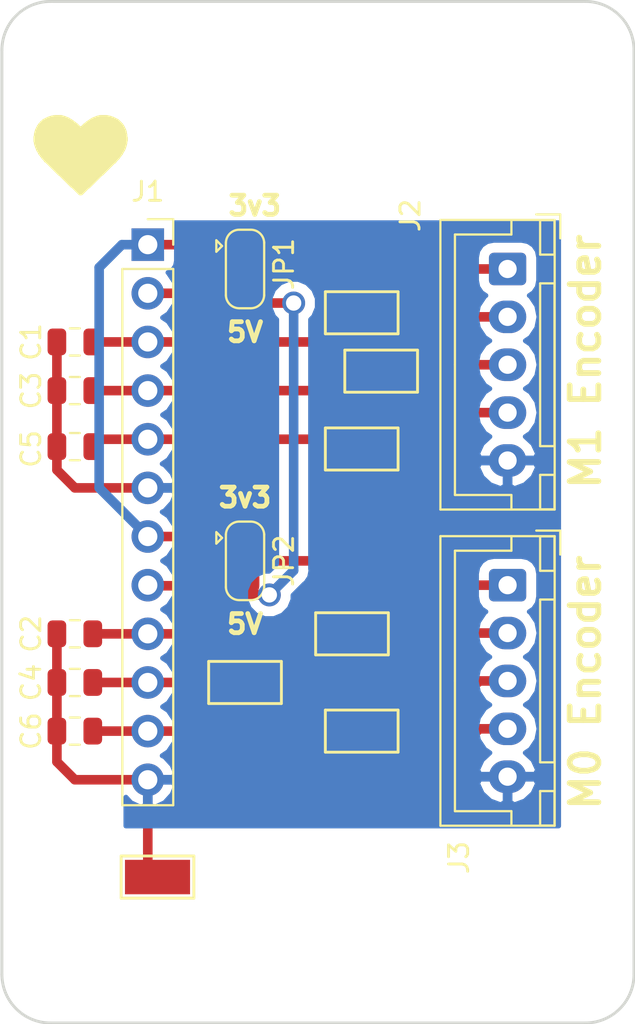
<source format=kicad_pcb>
(kicad_pcb (version 20171130) (host pcbnew 5.0.2+dfsg1-1)

  (general
    (thickness 1.6)
    (drawings 14)
    (tracks 64)
    (zones 0)
    (modules 22)
    (nets 12)
  )

  (page A4)
  (layers
    (0 F.Cu signal)
    (31 B.Cu signal)
    (32 B.Adhes user)
    (33 F.Adhes user)
    (34 B.Paste user)
    (35 F.Paste user)
    (36 B.SilkS user)
    (37 F.SilkS user)
    (38 B.Mask user)
    (39 F.Mask user)
    (40 Dwgs.User user)
    (41 Cmts.User user)
    (42 Eco1.User user)
    (43 Eco2.User user)
    (44 Edge.Cuts user)
    (45 Margin user)
    (46 B.CrtYd user)
    (47 F.CrtYd user)
    (48 B.Fab user)
    (49 F.Fab user)
  )

  (setup
    (last_trace_width 0.5)
    (trace_clearance 0.2)
    (zone_clearance 0.508)
    (zone_45_only no)
    (trace_min 0.2)
    (segment_width 0.2)
    (edge_width 0.15)
    (via_size 1.2)
    (via_drill 0.8)
    (via_min_size 0.4)
    (via_min_drill 0.3)
    (uvia_size 0.3)
    (uvia_drill 0.1)
    (uvias_allowed no)
    (uvia_min_size 0.2)
    (uvia_min_drill 0.1)
    (pcb_text_width 0.3)
    (pcb_text_size 1.5 1.5)
    (mod_edge_width 0.15)
    (mod_text_size 1 1)
    (mod_text_width 0.15)
    (pad_size 1.524 1.524)
    (pad_drill 0.762)
    (pad_to_mask_clearance 0.051)
    (solder_mask_min_width 0.25)
    (aux_axis_origin 0 0)
    (visible_elements FFFFFF7F)
    (pcbplotparams
      (layerselection 0x010fc_ffffffff)
      (usegerberextensions false)
      (usegerberattributes false)
      (usegerberadvancedattributes false)
      (creategerberjobfile false)
      (excludeedgelayer true)
      (linewidth 0.100000)
      (plotframeref false)
      (viasonmask false)
      (mode 1)
      (useauxorigin false)
      (hpglpennumber 1)
      (hpglpenspeed 20)
      (hpglpendiameter 15.000000)
      (psnegative false)
      (psa4output false)
      (plotreference true)
      (plotvalue true)
      (plotinvisibletext false)
      (padsonsilk false)
      (subtractmaskfromsilk false)
      (outputformat 1)
      (mirror false)
      (drillshape 1)
      (scaleselection 1)
      (outputdirectory ""))
  )

  (net 0 "")
  (net 1 "Net-(J3-Pad1)")
  (net 2 GND)
  (net 3 /Enc1PosV)
  (net 4 Enc1A)
  (net 5 Enc0A)
  (net 6 Enc1B)
  (net 7 Enc0B)
  (net 8 Enc1Z)
  (net 9 Enc0Z)
  (net 10 3v3)
  (net 11 5V)

  (net_class Default "This is the default net class."
    (clearance 0.2)
    (trace_width 0.5)
    (via_dia 1.2)
    (via_drill 0.8)
    (uvia_dia 0.3)
    (uvia_drill 0.1)
    (add_net /Enc1PosV)
    (add_net 3v3)
    (add_net 5V)
    (add_net Enc0A)
    (add_net Enc0B)
    (add_net Enc0Z)
    (add_net Enc1A)
    (add_net Enc1B)
    (add_net Enc1Z)
    (add_net GND)
    (add_net "Net-(J3-Pad1)")
  )

  (module Connector_PinSocket_2.54mm:PinSocket_1x12_P2.54mm_Vertical (layer F.Cu) (tedit 5A19A41D) (tstamp 5D3E952B)
    (at 139.7 106.68)
    (descr "Through hole straight socket strip, 1x12, 2.54mm pitch, single row (from Kicad 4.0.7), script generated")
    (tags "Through hole socket strip THT 1x12 2.54mm single row")
    (path /5D26D55C)
    (fp_text reference J1 (at 0 -2.77) (layer F.SilkS)
      (effects (font (size 1 1) (thickness 0.15)))
    )
    (fp_text value Conn_01x12_Female (at 0 30.71) (layer F.Fab)
      (effects (font (size 1 1) (thickness 0.15)))
    )
    (fp_line (start -1.27 -1.27) (end 0.635 -1.27) (layer F.Fab) (width 0.1))
    (fp_line (start 0.635 -1.27) (end 1.27 -0.635) (layer F.Fab) (width 0.1))
    (fp_line (start 1.27 -0.635) (end 1.27 29.21) (layer F.Fab) (width 0.1))
    (fp_line (start 1.27 29.21) (end -1.27 29.21) (layer F.Fab) (width 0.1))
    (fp_line (start -1.27 29.21) (end -1.27 -1.27) (layer F.Fab) (width 0.1))
    (fp_line (start -1.33 1.27) (end 1.33 1.27) (layer F.SilkS) (width 0.12))
    (fp_line (start -1.33 1.27) (end -1.33 29.27) (layer F.SilkS) (width 0.12))
    (fp_line (start -1.33 29.27) (end 1.33 29.27) (layer F.SilkS) (width 0.12))
    (fp_line (start 1.33 1.27) (end 1.33 29.27) (layer F.SilkS) (width 0.12))
    (fp_line (start 1.33 -1.33) (end 1.33 0) (layer F.SilkS) (width 0.12))
    (fp_line (start 0 -1.33) (end 1.33 -1.33) (layer F.SilkS) (width 0.12))
    (fp_line (start -1.8 -1.8) (end 1.75 -1.8) (layer F.CrtYd) (width 0.05))
    (fp_line (start 1.75 -1.8) (end 1.75 29.7) (layer F.CrtYd) (width 0.05))
    (fp_line (start 1.75 29.7) (end -1.8 29.7) (layer F.CrtYd) (width 0.05))
    (fp_line (start -1.8 29.7) (end -1.8 -1.8) (layer F.CrtYd) (width 0.05))
    (fp_text user %R (at 0 13.97 90) (layer F.Fab)
      (effects (font (size 1 1) (thickness 0.15)))
    )
    (pad 1 thru_hole rect (at 0 0) (size 1.7 1.7) (drill 1) (layers *.Cu *.Mask)
      (net 10 3v3))
    (pad 2 thru_hole oval (at 0 2.54) (size 1.7 1.7) (drill 1) (layers *.Cu *.Mask)
      (net 11 5V))
    (pad 3 thru_hole oval (at 0 5.08) (size 1.7 1.7) (drill 1) (layers *.Cu *.Mask)
      (net 4 Enc1A))
    (pad 4 thru_hole oval (at 0 7.62) (size 1.7 1.7) (drill 1) (layers *.Cu *.Mask)
      (net 6 Enc1B))
    (pad 5 thru_hole oval (at 0 10.16) (size 1.7 1.7) (drill 1) (layers *.Cu *.Mask)
      (net 8 Enc1Z))
    (pad 6 thru_hole oval (at 0 12.7) (size 1.7 1.7) (drill 1) (layers *.Cu *.Mask)
      (net 2 GND))
    (pad 7 thru_hole oval (at 0 15.24) (size 1.7 1.7) (drill 1) (layers *.Cu *.Mask)
      (net 10 3v3))
    (pad 8 thru_hole oval (at 0 17.78) (size 1.7 1.7) (drill 1) (layers *.Cu *.Mask)
      (net 11 5V))
    (pad 9 thru_hole oval (at 0 20.32) (size 1.7 1.7) (drill 1) (layers *.Cu *.Mask)
      (net 5 Enc0A))
    (pad 10 thru_hole oval (at 0 22.86) (size 1.7 1.7) (drill 1) (layers *.Cu *.Mask)
      (net 7 Enc0B))
    (pad 11 thru_hole oval (at 0 25.4) (size 1.7 1.7) (drill 1) (layers *.Cu *.Mask)
      (net 9 Enc0Z))
    (pad 12 thru_hole oval (at 0 27.94) (size 1.7 1.7) (drill 1) (layers *.Cu *.Mask)
      (net 2 GND))
    (model ${KISYS3DMOD}/Connector_PinSocket_2.54mm.3dshapes/PinSocket_1x12_P2.54mm_Vertical.wrl
      (at (xyz 0 0 0))
      (scale (xyz 1 1 1))
      (rotate (xyz 0 0 0))
    )
  )

  (module Jumper:SolderJumper-3_P1.3mm_Open_RoundedPad1.0x1.5mm (layer F.Cu) (tedit 5B391EB7) (tstamp 5D487C31)
    (at 144.78 107.95 270)
    (descr "SMD Solder 3-pad Jumper, 1x1.5mm rounded Pads, 0.3mm gap, open")
    (tags "solder jumper open")
    (path /5D323C21)
    (attr virtual)
    (fp_text reference JP1 (at -0.254 -2.032 270) (layer F.SilkS)
      (effects (font (size 1 1) (thickness 0.15)))
    )
    (fp_text value SolderJumper_3_Bridged12 (at 0 1.9 270) (layer F.Fab)
      (effects (font (size 1 1) (thickness 0.15)))
    )
    (fp_line (start -1.2 1.2) (end -0.9 1.5) (layer F.SilkS) (width 0.12))
    (fp_line (start -1.5 1.5) (end -0.9 1.5) (layer F.SilkS) (width 0.12))
    (fp_line (start -1.2 1.2) (end -1.5 1.5) (layer F.SilkS) (width 0.12))
    (fp_line (start -2.05 0.3) (end -2.05 -0.3) (layer F.SilkS) (width 0.12))
    (fp_line (start 1.4 1) (end -1.4 1) (layer F.SilkS) (width 0.12))
    (fp_line (start 2.05 -0.3) (end 2.05 0.3) (layer F.SilkS) (width 0.12))
    (fp_line (start -1.4 -1) (end 1.4 -1) (layer F.SilkS) (width 0.12))
    (fp_line (start -2.3 -1.25) (end 2.3 -1.25) (layer F.CrtYd) (width 0.05))
    (fp_line (start -2.3 -1.25) (end -2.3 1.25) (layer F.CrtYd) (width 0.05))
    (fp_line (start 2.3 1.25) (end 2.3 -1.25) (layer F.CrtYd) (width 0.05))
    (fp_line (start 2.3 1.25) (end -2.3 1.25) (layer F.CrtYd) (width 0.05))
    (fp_arc (start 1.35 -0.3) (end 2.05 -0.3) (angle -90) (layer F.SilkS) (width 0.12))
    (fp_arc (start 1.35 0.3) (end 1.35 1) (angle -90) (layer F.SilkS) (width 0.12))
    (fp_arc (start -1.35 0.3) (end -2.05 0.3) (angle -90) (layer F.SilkS) (width 0.12))
    (fp_arc (start -1.35 -0.3) (end -1.35 -1) (angle -90) (layer F.SilkS) (width 0.12))
    (pad 1 smd custom (at -1.3 0 270) (size 1 0.5) (layers F.Cu F.Mask)
      (net 10 3v3) (zone_connect 0)
      (options (clearance outline) (anchor rect))
      (primitives
        (gr_circle (center 0 0.25) (end 0.5 0.25) (width 0))
        (gr_circle (center 0 -0.25) (end 0.5 -0.25) (width 0))
        (gr_poly (pts
           (xy 0.55 -0.75) (xy 0 -0.75) (xy 0 0.75) (xy 0.55 0.75)) (width 0))
      ))
    (pad 3 smd custom (at 1.3 0 270) (size 1 0.5) (layers F.Cu F.Mask)
      (net 11 5V) (zone_connect 0)
      (options (clearance outline) (anchor rect))
      (primitives
        (gr_circle (center 0 0.25) (end 0.5 0.25) (width 0))
        (gr_circle (center 0 -0.25) (end 0.5 -0.25) (width 0))
        (gr_poly (pts
           (xy -0.55 -0.75) (xy 0 -0.75) (xy 0 0.75) (xy -0.55 0.75)) (width 0))
      ))
    (pad 2 smd rect (at 0 0 270) (size 1 1.5) (layers F.Cu F.Mask)
      (net 3 /Enc1PosV))
  )

  (module Jumper:SolderJumper-3_P1.3mm_Open_RoundedPad1.0x1.5mm (layer F.Cu) (tedit 5B391EB7) (tstamp 5D487C46)
    (at 144.78 123.19 270)
    (descr "SMD Solder 3-pad Jumper, 1x1.5mm rounded Pads, 0.3mm gap, open")
    (tags "solder jumper open")
    (path /5D324276)
    (attr virtual)
    (fp_text reference JP2 (at 0 -2.032 270) (layer F.SilkS)
      (effects (font (size 1 1) (thickness 0.15)))
    )
    (fp_text value SolderJumper_3_Bridged12 (at 0 1.9 270) (layer F.Fab)
      (effects (font (size 1 1) (thickness 0.15)))
    )
    (fp_arc (start -1.35 -0.3) (end -1.35 -1) (angle -90) (layer F.SilkS) (width 0.12))
    (fp_arc (start -1.35 0.3) (end -2.05 0.3) (angle -90) (layer F.SilkS) (width 0.12))
    (fp_arc (start 1.35 0.3) (end 1.35 1) (angle -90) (layer F.SilkS) (width 0.12))
    (fp_arc (start 1.35 -0.3) (end 2.05 -0.3) (angle -90) (layer F.SilkS) (width 0.12))
    (fp_line (start 2.3 1.25) (end -2.3 1.25) (layer F.CrtYd) (width 0.05))
    (fp_line (start 2.3 1.25) (end 2.3 -1.25) (layer F.CrtYd) (width 0.05))
    (fp_line (start -2.3 -1.25) (end -2.3 1.25) (layer F.CrtYd) (width 0.05))
    (fp_line (start -2.3 -1.25) (end 2.3 -1.25) (layer F.CrtYd) (width 0.05))
    (fp_line (start -1.4 -1) (end 1.4 -1) (layer F.SilkS) (width 0.12))
    (fp_line (start 2.05 -0.3) (end 2.05 0.3) (layer F.SilkS) (width 0.12))
    (fp_line (start 1.4 1) (end -1.4 1) (layer F.SilkS) (width 0.12))
    (fp_line (start -2.05 0.3) (end -2.05 -0.3) (layer F.SilkS) (width 0.12))
    (fp_line (start -1.2 1.2) (end -1.5 1.5) (layer F.SilkS) (width 0.12))
    (fp_line (start -1.5 1.5) (end -0.9 1.5) (layer F.SilkS) (width 0.12))
    (fp_line (start -1.2 1.2) (end -0.9 1.5) (layer F.SilkS) (width 0.12))
    (pad 2 smd rect (at 0 0 270) (size 1 1.5) (layers F.Cu F.Mask)
      (net 1 "Net-(J3-Pad1)"))
    (pad 3 smd custom (at 1.3 0 270) (size 1 0.5) (layers F.Cu F.Mask)
      (net 11 5V) (zone_connect 0)
      (options (clearance outline) (anchor rect))
      (primitives
        (gr_circle (center 0 0.25) (end 0.5 0.25) (width 0))
        (gr_circle (center 0 -0.25) (end 0.5 -0.25) (width 0))
        (gr_poly (pts
           (xy -0.55 -0.75) (xy 0 -0.75) (xy 0 0.75) (xy -0.55 0.75)) (width 0))
      ))
    (pad 1 smd custom (at -1.3 0 270) (size 1 0.5) (layers F.Cu F.Mask)
      (net 10 3v3) (zone_connect 0)
      (options (clearance outline) (anchor rect))
      (primitives
        (gr_circle (center 0 0.25) (end 0.5 0.25) (width 0))
        (gr_circle (center 0 -0.25) (end 0.5 -0.25) (width 0))
        (gr_poly (pts
           (xy 0.55 -0.75) (xy 0 -0.75) (xy 0 0.75) (xy 0.55 0.75)) (width 0))
      ))
  )

  (module MountingHole:MountingHole_3.2mm_M3 (layer F.Cu) (tedit 5D3264CE) (tstamp 5D487F62)
    (at 149.86 99.06)
    (descr "Mounting Hole 3.2mm, no annular, M3")
    (tags "mounting hole 3.2mm no annular m3")
    (path /5D326DC1)
    (attr virtual)
    (fp_text reference H1 (at 0 -4.2) (layer F.SilkS) hide
      (effects (font (size 1 1) (thickness 0.15)))
    )
    (fp_text value MountingHole (at 0 4.2) (layer F.Fab)
      (effects (font (size 1 1) (thickness 0.15)))
    )
    (fp_text user %R (at 0.3 0) (layer F.Fab)
      (effects (font (size 1 1) (thickness 0.15)))
    )
    (fp_circle (center 0 0) (end 3.2 0) (layer Cmts.User) (width 0.15))
    (fp_circle (center 0 0) (end 3.45 0) (layer F.CrtYd) (width 0.05))
    (pad 1 np_thru_hole circle (at 0 0) (size 3.2 3.2) (drill 3.2) (layers *.Cu *.Mask))
  )

  (module MountingHole:MountingHole_3.2mm_M3 (layer F.Cu) (tedit 5D3264DA) (tstamp 5D487F6A)
    (at 149.86 142.24)
    (descr "Mounting Hole 3.2mm, no annular, M3")
    (tags "mounting hole 3.2mm no annular m3")
    (path /5D326F6A)
    (attr virtual)
    (fp_text reference H2 (at 0 -4.2) (layer F.SilkS) hide
      (effects (font (size 1 1) (thickness 0.15)))
    )
    (fp_text value MountingHole (at 0 4.2) (layer F.Fab)
      (effects (font (size 1 1) (thickness 0.15)))
    )
    (fp_text user %R (at 0.3 0) (layer F.Fab)
      (effects (font (size 1 1) (thickness 0.15)))
    )
    (fp_circle (center 0 0) (end 3.2 0) (layer Cmts.User) (width 0.15))
    (fp_circle (center 0 0) (end 3.45 0) (layer F.CrtYd) (width 0.05))
    (pad 1 np_thru_hole circle (at 0 0) (size 3.2 3.2) (drill 3.2) (layers *.Cu *.Mask))
  )

  (module MountingHole:MountingHole_3.2mm_M3 (layer F.Cu) (tedit 5D3264D2) (tstamp 5D487F72)
    (at 160.02 99.06)
    (descr "Mounting Hole 3.2mm, no annular, M3")
    (tags "mounting hole 3.2mm no annular m3")
    (path /5D326F2D)
    (attr virtual)
    (fp_text reference H3 (at 0 -4.2) (layer F.SilkS) hide
      (effects (font (size 1 1) (thickness 0.15)))
    )
    (fp_text value MountingHole (at 0 4.2) (layer F.Fab)
      (effects (font (size 1 1) (thickness 0.15)))
    )
    (fp_circle (center 0 0) (end 3.45 0) (layer F.CrtYd) (width 0.05))
    (fp_circle (center 0 0) (end 3.2 0) (layer Cmts.User) (width 0.15))
    (fp_text user %R (at 0.3 0) (layer F.Fab)
      (effects (font (size 1 1) (thickness 0.15)))
    )
    (pad 1 np_thru_hole circle (at 0 0) (size 3.2 3.2) (drill 3.2) (layers *.Cu *.Mask))
  )

  (module MountingHole:MountingHole_3.2mm_M3 (layer F.Cu) (tedit 5D3264DD) (tstamp 5D487F7A)
    (at 160.02 142.24)
    (descr "Mounting Hole 3.2mm, no annular, M3")
    (tags "mounting hole 3.2mm no annular m3")
    (path /5D326FAA)
    (attr virtual)
    (fp_text reference H4 (at 0 -4.2) (layer F.SilkS) hide
      (effects (font (size 1 1) (thickness 0.15)))
    )
    (fp_text value MountingHole (at 0 4.2) (layer F.Fab)
      (effects (font (size 1 1) (thickness 0.15)))
    )
    (fp_circle (center 0 0) (end 3.45 0) (layer F.CrtYd) (width 0.05))
    (fp_circle (center 0 0) (end 3.2 0) (layer Cmts.User) (width 0.15))
    (fp_text user %R (at 0.3 0) (layer F.Fab)
      (effects (font (size 1 1) (thickness 0.15)))
    )
    (pad 1 np_thru_hole circle (at 0 0) (size 3.2 3.2) (drill 3.2) (layers *.Cu *.Mask))
  )

  (module Capacitor_SMD:C_0805_2012Metric (layer F.Cu) (tedit 5B36C52B) (tstamp 5D4880C9)
    (at 135.89 111.76 180)
    (descr "Capacitor SMD 0805 (2012 Metric), square (rectangular) end terminal, IPC_7351 nominal, (Body size source: https://docs.google.com/spreadsheets/d/1BsfQQcO9C6DZCsRaXUlFlo91Tg2WpOkGARC1WS5S8t0/edit?usp=sharing), generated with kicad-footprint-generator")
    (tags capacitor)
    (path /5D32A8DB)
    (attr smd)
    (fp_text reference C1 (at 2.286 0 270) (layer F.SilkS)
      (effects (font (size 1 1) (thickness 0.15)))
    )
    (fp_text value C (at 0 1.65 180) (layer F.Fab)
      (effects (font (size 1 1) (thickness 0.15)))
    )
    (fp_line (start -1 0.6) (end -1 -0.6) (layer F.Fab) (width 0.1))
    (fp_line (start -1 -0.6) (end 1 -0.6) (layer F.Fab) (width 0.1))
    (fp_line (start 1 -0.6) (end 1 0.6) (layer F.Fab) (width 0.1))
    (fp_line (start 1 0.6) (end -1 0.6) (layer F.Fab) (width 0.1))
    (fp_line (start -0.258578 -0.71) (end 0.258578 -0.71) (layer F.SilkS) (width 0.12))
    (fp_line (start -0.258578 0.71) (end 0.258578 0.71) (layer F.SilkS) (width 0.12))
    (fp_line (start -1.68 0.95) (end -1.68 -0.95) (layer F.CrtYd) (width 0.05))
    (fp_line (start -1.68 -0.95) (end 1.68 -0.95) (layer F.CrtYd) (width 0.05))
    (fp_line (start 1.68 -0.95) (end 1.68 0.95) (layer F.CrtYd) (width 0.05))
    (fp_line (start 1.68 0.95) (end -1.68 0.95) (layer F.CrtYd) (width 0.05))
    (fp_text user %R (at 0 0 180) (layer F.Fab)
      (effects (font (size 0.5 0.5) (thickness 0.08)))
    )
    (pad 1 smd roundrect (at -0.9375 0 180) (size 0.975 1.4) (layers F.Cu F.Paste F.Mask) (roundrect_rratio 0.25)
      (net 4 Enc1A))
    (pad 2 smd roundrect (at 0.9375 0 180) (size 0.975 1.4) (layers F.Cu F.Paste F.Mask) (roundrect_rratio 0.25)
      (net 2 GND))
    (model ${KISYS3DMOD}/Capacitor_SMD.3dshapes/C_0805_2012Metric.wrl
      (at (xyz 0 0 0))
      (scale (xyz 1 1 1))
      (rotate (xyz 0 0 0))
    )
  )

  (module Capacitor_SMD:C_0805_2012Metric (layer F.Cu) (tedit 5B36C52B) (tstamp 5D4880DA)
    (at 135.89 127 180)
    (descr "Capacitor SMD 0805 (2012 Metric), square (rectangular) end terminal, IPC_7351 nominal, (Body size source: https://docs.google.com/spreadsheets/d/1BsfQQcO9C6DZCsRaXUlFlo91Tg2WpOkGARC1WS5S8t0/edit?usp=sharing), generated with kicad-footprint-generator")
    (tags capacitor)
    (path /5D33354A)
    (attr smd)
    (fp_text reference C2 (at 2.286 0 270) (layer F.SilkS)
      (effects (font (size 1 1) (thickness 0.15)))
    )
    (fp_text value C (at 0 1.65 180) (layer F.Fab)
      (effects (font (size 1 1) (thickness 0.15)))
    )
    (fp_text user %R (at 0 0 180) (layer F.Fab)
      (effects (font (size 0.5 0.5) (thickness 0.08)))
    )
    (fp_line (start 1.68 0.95) (end -1.68 0.95) (layer F.CrtYd) (width 0.05))
    (fp_line (start 1.68 -0.95) (end 1.68 0.95) (layer F.CrtYd) (width 0.05))
    (fp_line (start -1.68 -0.95) (end 1.68 -0.95) (layer F.CrtYd) (width 0.05))
    (fp_line (start -1.68 0.95) (end -1.68 -0.95) (layer F.CrtYd) (width 0.05))
    (fp_line (start -0.258578 0.71) (end 0.258578 0.71) (layer F.SilkS) (width 0.12))
    (fp_line (start -0.258578 -0.71) (end 0.258578 -0.71) (layer F.SilkS) (width 0.12))
    (fp_line (start 1 0.6) (end -1 0.6) (layer F.Fab) (width 0.1))
    (fp_line (start 1 -0.6) (end 1 0.6) (layer F.Fab) (width 0.1))
    (fp_line (start -1 -0.6) (end 1 -0.6) (layer F.Fab) (width 0.1))
    (fp_line (start -1 0.6) (end -1 -0.6) (layer F.Fab) (width 0.1))
    (pad 2 smd roundrect (at 0.9375 0 180) (size 0.975 1.4) (layers F.Cu F.Paste F.Mask) (roundrect_rratio 0.25)
      (net 2 GND))
    (pad 1 smd roundrect (at -0.9375 0 180) (size 0.975 1.4) (layers F.Cu F.Paste F.Mask) (roundrect_rratio 0.25)
      (net 5 Enc0A))
    (model ${KISYS3DMOD}/Capacitor_SMD.3dshapes/C_0805_2012Metric.wrl
      (at (xyz 0 0 0))
      (scale (xyz 1 1 1))
      (rotate (xyz 0 0 0))
    )
  )

  (module Capacitor_SMD:C_0805_2012Metric (layer F.Cu) (tedit 5B36C52B) (tstamp 5D4880EB)
    (at 135.89 114.3 180)
    (descr "Capacitor SMD 0805 (2012 Metric), square (rectangular) end terminal, IPC_7351 nominal, (Body size source: https://docs.google.com/spreadsheets/d/1BsfQQcO9C6DZCsRaXUlFlo91Tg2WpOkGARC1WS5S8t0/edit?usp=sharing), generated with kicad-footprint-generator")
    (tags capacitor)
    (path /5D32A9B1)
    (attr smd)
    (fp_text reference C3 (at 2.286 0 270) (layer F.SilkS)
      (effects (font (size 1 1) (thickness 0.15)))
    )
    (fp_text value C (at 0 1.65 180) (layer F.Fab)
      (effects (font (size 1 1) (thickness 0.15)))
    )
    (fp_text user %R (at 0 0 180) (layer F.Fab)
      (effects (font (size 0.5 0.5) (thickness 0.08)))
    )
    (fp_line (start 1.68 0.95) (end -1.68 0.95) (layer F.CrtYd) (width 0.05))
    (fp_line (start 1.68 -0.95) (end 1.68 0.95) (layer F.CrtYd) (width 0.05))
    (fp_line (start -1.68 -0.95) (end 1.68 -0.95) (layer F.CrtYd) (width 0.05))
    (fp_line (start -1.68 0.95) (end -1.68 -0.95) (layer F.CrtYd) (width 0.05))
    (fp_line (start -0.258578 0.71) (end 0.258578 0.71) (layer F.SilkS) (width 0.12))
    (fp_line (start -0.258578 -0.71) (end 0.258578 -0.71) (layer F.SilkS) (width 0.12))
    (fp_line (start 1 0.6) (end -1 0.6) (layer F.Fab) (width 0.1))
    (fp_line (start 1 -0.6) (end 1 0.6) (layer F.Fab) (width 0.1))
    (fp_line (start -1 -0.6) (end 1 -0.6) (layer F.Fab) (width 0.1))
    (fp_line (start -1 0.6) (end -1 -0.6) (layer F.Fab) (width 0.1))
    (pad 2 smd roundrect (at 0.9375 0 180) (size 0.975 1.4) (layers F.Cu F.Paste F.Mask) (roundrect_rratio 0.25)
      (net 2 GND))
    (pad 1 smd roundrect (at -0.9375 0 180) (size 0.975 1.4) (layers F.Cu F.Paste F.Mask) (roundrect_rratio 0.25)
      (net 6 Enc1B))
    (model ${KISYS3DMOD}/Capacitor_SMD.3dshapes/C_0805_2012Metric.wrl
      (at (xyz 0 0 0))
      (scale (xyz 1 1 1))
      (rotate (xyz 0 0 0))
    )
  )

  (module Capacitor_SMD:C_0805_2012Metric (layer F.Cu) (tedit 5B36C52B) (tstamp 5D4880FC)
    (at 135.89 129.54 180)
    (descr "Capacitor SMD 0805 (2012 Metric), square (rectangular) end terminal, IPC_7351 nominal, (Body size source: https://docs.google.com/spreadsheets/d/1BsfQQcO9C6DZCsRaXUlFlo91Tg2WpOkGARC1WS5S8t0/edit?usp=sharing), generated with kicad-footprint-generator")
    (tags capacitor)
    (path /5D333550)
    (attr smd)
    (fp_text reference C4 (at 2.286 0 270) (layer F.SilkS)
      (effects (font (size 1 1) (thickness 0.15)))
    )
    (fp_text value C (at 0 1.65 180) (layer F.Fab)
      (effects (font (size 1 1) (thickness 0.15)))
    )
    (fp_line (start -1 0.6) (end -1 -0.6) (layer F.Fab) (width 0.1))
    (fp_line (start -1 -0.6) (end 1 -0.6) (layer F.Fab) (width 0.1))
    (fp_line (start 1 -0.6) (end 1 0.6) (layer F.Fab) (width 0.1))
    (fp_line (start 1 0.6) (end -1 0.6) (layer F.Fab) (width 0.1))
    (fp_line (start -0.258578 -0.71) (end 0.258578 -0.71) (layer F.SilkS) (width 0.12))
    (fp_line (start -0.258578 0.71) (end 0.258578 0.71) (layer F.SilkS) (width 0.12))
    (fp_line (start -1.68 0.95) (end -1.68 -0.95) (layer F.CrtYd) (width 0.05))
    (fp_line (start -1.68 -0.95) (end 1.68 -0.95) (layer F.CrtYd) (width 0.05))
    (fp_line (start 1.68 -0.95) (end 1.68 0.95) (layer F.CrtYd) (width 0.05))
    (fp_line (start 1.68 0.95) (end -1.68 0.95) (layer F.CrtYd) (width 0.05))
    (fp_text user %R (at 0 0 180) (layer F.Fab)
      (effects (font (size 0.5 0.5) (thickness 0.08)))
    )
    (pad 1 smd roundrect (at -0.9375 0 180) (size 0.975 1.4) (layers F.Cu F.Paste F.Mask) (roundrect_rratio 0.25)
      (net 7 Enc0B))
    (pad 2 smd roundrect (at 0.9375 0 180) (size 0.975 1.4) (layers F.Cu F.Paste F.Mask) (roundrect_rratio 0.25)
      (net 2 GND))
    (model ${KISYS3DMOD}/Capacitor_SMD.3dshapes/C_0805_2012Metric.wrl
      (at (xyz 0 0 0))
      (scale (xyz 1 1 1))
      (rotate (xyz 0 0 0))
    )
  )

  (module Capacitor_SMD:C_0805_2012Metric (layer F.Cu) (tedit 5B36C52B) (tstamp 5D48810D)
    (at 135.89 117.225001 180)
    (descr "Capacitor SMD 0805 (2012 Metric), square (rectangular) end terminal, IPC_7351 nominal, (Body size source: https://docs.google.com/spreadsheets/d/1BsfQQcO9C6DZCsRaXUlFlo91Tg2WpOkGARC1WS5S8t0/edit?usp=sharing), generated with kicad-footprint-generator")
    (tags capacitor)
    (path /5D32A9FA)
    (attr smd)
    (fp_text reference C5 (at 2.286 -0.122999 270) (layer F.SilkS)
      (effects (font (size 1 1) (thickness 0.15)))
    )
    (fp_text value C (at 0 1.65 180) (layer F.Fab)
      (effects (font (size 1 1) (thickness 0.15)))
    )
    (fp_line (start -1 0.6) (end -1 -0.6) (layer F.Fab) (width 0.1))
    (fp_line (start -1 -0.6) (end 1 -0.6) (layer F.Fab) (width 0.1))
    (fp_line (start 1 -0.6) (end 1 0.6) (layer F.Fab) (width 0.1))
    (fp_line (start 1 0.6) (end -1 0.6) (layer F.Fab) (width 0.1))
    (fp_line (start -0.258578 -0.71) (end 0.258578 -0.71) (layer F.SilkS) (width 0.12))
    (fp_line (start -0.258578 0.71) (end 0.258578 0.71) (layer F.SilkS) (width 0.12))
    (fp_line (start -1.68 0.95) (end -1.68 -0.95) (layer F.CrtYd) (width 0.05))
    (fp_line (start -1.68 -0.95) (end 1.68 -0.95) (layer F.CrtYd) (width 0.05))
    (fp_line (start 1.68 -0.95) (end 1.68 0.95) (layer F.CrtYd) (width 0.05))
    (fp_line (start 1.68 0.95) (end -1.68 0.95) (layer F.CrtYd) (width 0.05))
    (fp_text user %R (at 0 0 180) (layer F.Fab)
      (effects (font (size 0.5 0.5) (thickness 0.08)))
    )
    (pad 1 smd roundrect (at -0.9375 0 180) (size 0.975 1.4) (layers F.Cu F.Paste F.Mask) (roundrect_rratio 0.25)
      (net 8 Enc1Z))
    (pad 2 smd roundrect (at 0.9375 0 180) (size 0.975 1.4) (layers F.Cu F.Paste F.Mask) (roundrect_rratio 0.25)
      (net 2 GND))
    (model ${KISYS3DMOD}/Capacitor_SMD.3dshapes/C_0805_2012Metric.wrl
      (at (xyz 0 0 0))
      (scale (xyz 1 1 1))
      (rotate (xyz 0 0 0))
    )
  )

  (module Capacitor_SMD:C_0805_2012Metric (layer F.Cu) (tedit 5B36C52B) (tstamp 5D48811E)
    (at 135.89 132.08 180)
    (descr "Capacitor SMD 0805 (2012 Metric), square (rectangular) end terminal, IPC_7351 nominal, (Body size source: https://docs.google.com/spreadsheets/d/1BsfQQcO9C6DZCsRaXUlFlo91Tg2WpOkGARC1WS5S8t0/edit?usp=sharing), generated with kicad-footprint-generator")
    (tags capacitor)
    (path /5D333556)
    (attr smd)
    (fp_text reference C6 (at 2.286 0 270) (layer F.SilkS)
      (effects (font (size 1 1) (thickness 0.15)))
    )
    (fp_text value C (at 0 1.65 180) (layer F.Fab)
      (effects (font (size 1 1) (thickness 0.15)))
    )
    (fp_text user %R (at 0 0 180) (layer F.Fab)
      (effects (font (size 0.5 0.5) (thickness 0.08)))
    )
    (fp_line (start 1.68 0.95) (end -1.68 0.95) (layer F.CrtYd) (width 0.05))
    (fp_line (start 1.68 -0.95) (end 1.68 0.95) (layer F.CrtYd) (width 0.05))
    (fp_line (start -1.68 -0.95) (end 1.68 -0.95) (layer F.CrtYd) (width 0.05))
    (fp_line (start -1.68 0.95) (end -1.68 -0.95) (layer F.CrtYd) (width 0.05))
    (fp_line (start -0.258578 0.71) (end 0.258578 0.71) (layer F.SilkS) (width 0.12))
    (fp_line (start -0.258578 -0.71) (end 0.258578 -0.71) (layer F.SilkS) (width 0.12))
    (fp_line (start 1 0.6) (end -1 0.6) (layer F.Fab) (width 0.1))
    (fp_line (start 1 -0.6) (end 1 0.6) (layer F.Fab) (width 0.1))
    (fp_line (start -1 -0.6) (end 1 -0.6) (layer F.Fab) (width 0.1))
    (fp_line (start -1 0.6) (end -1 -0.6) (layer F.Fab) (width 0.1))
    (pad 2 smd roundrect (at 0.9375 0 180) (size 0.975 1.4) (layers F.Cu F.Paste F.Mask) (roundrect_rratio 0.25)
      (net 2 GND))
    (pad 1 smd roundrect (at -0.9375 0 180) (size 0.975 1.4) (layers F.Cu F.Paste F.Mask) (roundrect_rratio 0.25)
      (net 9 Enc0Z))
    (model ${KISYS3DMOD}/Capacitor_SMD.3dshapes/C_0805_2012Metric.wrl
      (at (xyz 0 0 0))
      (scale (xyz 1 1 1))
      (rotate (xyz 0 0 0))
    )
  )

  (module Connector_JST:JST_XH_B05B-XH-A_1x05_P2.50mm_Vertical (layer F.Cu) (tedit 5B7754C5) (tstamp 5D48856D)
    (at 158.496 107.95 270)
    (descr "JST XH series connector, B05B-XH-A (http://www.jst-mfg.com/product/pdf/eng/eXH.pdf), generated with kicad-footprint-generator")
    (tags "connector JST XH side entry")
    (path /5D323764)
    (fp_text reference J2 (at -2.794 5.08 270) (layer F.SilkS)
      (effects (font (size 1 1) (thickness 0.15)))
    )
    (fp_text value Conn_01x05_Male (at 5 4.6 270) (layer F.Fab)
      (effects (font (size 1 1) (thickness 0.15)))
    )
    (fp_text user %R (at 5 2.7 270) (layer F.Fab)
      (effects (font (size 1 1) (thickness 0.15)))
    )
    (fp_line (start -2.85 -2.75) (end -2.85 -1.5) (layer F.SilkS) (width 0.12))
    (fp_line (start -1.6 -2.75) (end -2.85 -2.75) (layer F.SilkS) (width 0.12))
    (fp_line (start 11.8 2.75) (end 5 2.75) (layer F.SilkS) (width 0.12))
    (fp_line (start 11.8 -0.2) (end 11.8 2.75) (layer F.SilkS) (width 0.12))
    (fp_line (start 12.55 -0.2) (end 11.8 -0.2) (layer F.SilkS) (width 0.12))
    (fp_line (start -1.8 2.75) (end 5 2.75) (layer F.SilkS) (width 0.12))
    (fp_line (start -1.8 -0.2) (end -1.8 2.75) (layer F.SilkS) (width 0.12))
    (fp_line (start -2.55 -0.2) (end -1.8 -0.2) (layer F.SilkS) (width 0.12))
    (fp_line (start 12.55 -2.45) (end 10.75 -2.45) (layer F.SilkS) (width 0.12))
    (fp_line (start 12.55 -1.7) (end 12.55 -2.45) (layer F.SilkS) (width 0.12))
    (fp_line (start 10.75 -1.7) (end 12.55 -1.7) (layer F.SilkS) (width 0.12))
    (fp_line (start 10.75 -2.45) (end 10.75 -1.7) (layer F.SilkS) (width 0.12))
    (fp_line (start -0.75 -2.45) (end -2.55 -2.45) (layer F.SilkS) (width 0.12))
    (fp_line (start -0.75 -1.7) (end -0.75 -2.45) (layer F.SilkS) (width 0.12))
    (fp_line (start -2.55 -1.7) (end -0.75 -1.7) (layer F.SilkS) (width 0.12))
    (fp_line (start -2.55 -2.45) (end -2.55 -1.7) (layer F.SilkS) (width 0.12))
    (fp_line (start 9.25 -2.45) (end 0.75 -2.45) (layer F.SilkS) (width 0.12))
    (fp_line (start 9.25 -1.7) (end 9.25 -2.45) (layer F.SilkS) (width 0.12))
    (fp_line (start 0.75 -1.7) (end 9.25 -1.7) (layer F.SilkS) (width 0.12))
    (fp_line (start 0.75 -2.45) (end 0.75 -1.7) (layer F.SilkS) (width 0.12))
    (fp_line (start 0 -1.35) (end 0.625 -2.35) (layer F.Fab) (width 0.1))
    (fp_line (start -0.625 -2.35) (end 0 -1.35) (layer F.Fab) (width 0.1))
    (fp_line (start 12.95 -2.85) (end -2.95 -2.85) (layer F.CrtYd) (width 0.05))
    (fp_line (start 12.95 3.9) (end 12.95 -2.85) (layer F.CrtYd) (width 0.05))
    (fp_line (start -2.95 3.9) (end 12.95 3.9) (layer F.CrtYd) (width 0.05))
    (fp_line (start -2.95 -2.85) (end -2.95 3.9) (layer F.CrtYd) (width 0.05))
    (fp_line (start 12.56 -2.46) (end -2.56 -2.46) (layer F.SilkS) (width 0.12))
    (fp_line (start 12.56 3.51) (end 12.56 -2.46) (layer F.SilkS) (width 0.12))
    (fp_line (start -2.56 3.51) (end 12.56 3.51) (layer F.SilkS) (width 0.12))
    (fp_line (start -2.56 -2.46) (end -2.56 3.51) (layer F.SilkS) (width 0.12))
    (fp_line (start 12.45 -2.35) (end -2.45 -2.35) (layer F.Fab) (width 0.1))
    (fp_line (start 12.45 3.4) (end 12.45 -2.35) (layer F.Fab) (width 0.1))
    (fp_line (start -2.45 3.4) (end 12.45 3.4) (layer F.Fab) (width 0.1))
    (fp_line (start -2.45 -2.35) (end -2.45 3.4) (layer F.Fab) (width 0.1))
    (pad 5 thru_hole oval (at 10 0 270) (size 1.7 1.95) (drill 0.95) (layers *.Cu *.Mask)
      (net 2 GND))
    (pad 4 thru_hole oval (at 7.5 0 270) (size 1.7 1.95) (drill 0.95) (layers *.Cu *.Mask)
      (net 8 Enc1Z))
    (pad 3 thru_hole oval (at 5 0 270) (size 1.7 1.95) (drill 0.95) (layers *.Cu *.Mask)
      (net 6 Enc1B))
    (pad 2 thru_hole oval (at 2.5 0 270) (size 1.7 1.95) (drill 0.95) (layers *.Cu *.Mask)
      (net 4 Enc1A))
    (pad 1 thru_hole roundrect (at 0 0 270) (size 1.7 1.95) (drill 0.95) (layers *.Cu *.Mask) (roundrect_rratio 0.147059)
      (net 3 /Enc1PosV))
    (model ${KISYS3DMOD}/Connector_JST.3dshapes/JST_XH_B05B-XH-A_1x05_P2.50mm_Vertical.wrl
      (at (xyz 0 0 0))
      (scale (xyz 1 1 1))
      (rotate (xyz 0 0 0))
    )
  )

  (module Connector_JST:JST_XH_B05B-XH-A_1x05_P2.50mm_Vertical (layer F.Cu) (tedit 5B7754C5) (tstamp 5D488598)
    (at 158.496 124.46 270)
    (descr "JST XH series connector, B05B-XH-A (http://www.jst-mfg.com/product/pdf/eng/eXH.pdf), generated with kicad-footprint-generator")
    (tags "connector JST XH side entry")
    (path /5D26DA02)
    (fp_text reference J3 (at 14.224 2.54 270) (layer F.SilkS)
      (effects (font (size 1 1) (thickness 0.15)))
    )
    (fp_text value Conn_01x05_Male (at 5 4.6 270) (layer F.Fab)
      (effects (font (size 1 1) (thickness 0.15)))
    )
    (fp_line (start -2.45 -2.35) (end -2.45 3.4) (layer F.Fab) (width 0.1))
    (fp_line (start -2.45 3.4) (end 12.45 3.4) (layer F.Fab) (width 0.1))
    (fp_line (start 12.45 3.4) (end 12.45 -2.35) (layer F.Fab) (width 0.1))
    (fp_line (start 12.45 -2.35) (end -2.45 -2.35) (layer F.Fab) (width 0.1))
    (fp_line (start -2.56 -2.46) (end -2.56 3.51) (layer F.SilkS) (width 0.12))
    (fp_line (start -2.56 3.51) (end 12.56 3.51) (layer F.SilkS) (width 0.12))
    (fp_line (start 12.56 3.51) (end 12.56 -2.46) (layer F.SilkS) (width 0.12))
    (fp_line (start 12.56 -2.46) (end -2.56 -2.46) (layer F.SilkS) (width 0.12))
    (fp_line (start -2.95 -2.85) (end -2.95 3.9) (layer F.CrtYd) (width 0.05))
    (fp_line (start -2.95 3.9) (end 12.95 3.9) (layer F.CrtYd) (width 0.05))
    (fp_line (start 12.95 3.9) (end 12.95 -2.85) (layer F.CrtYd) (width 0.05))
    (fp_line (start 12.95 -2.85) (end -2.95 -2.85) (layer F.CrtYd) (width 0.05))
    (fp_line (start -0.625 -2.35) (end 0 -1.35) (layer F.Fab) (width 0.1))
    (fp_line (start 0 -1.35) (end 0.625 -2.35) (layer F.Fab) (width 0.1))
    (fp_line (start 0.75 -2.45) (end 0.75 -1.7) (layer F.SilkS) (width 0.12))
    (fp_line (start 0.75 -1.7) (end 9.25 -1.7) (layer F.SilkS) (width 0.12))
    (fp_line (start 9.25 -1.7) (end 9.25 -2.45) (layer F.SilkS) (width 0.12))
    (fp_line (start 9.25 -2.45) (end 0.75 -2.45) (layer F.SilkS) (width 0.12))
    (fp_line (start -2.55 -2.45) (end -2.55 -1.7) (layer F.SilkS) (width 0.12))
    (fp_line (start -2.55 -1.7) (end -0.75 -1.7) (layer F.SilkS) (width 0.12))
    (fp_line (start -0.75 -1.7) (end -0.75 -2.45) (layer F.SilkS) (width 0.12))
    (fp_line (start -0.75 -2.45) (end -2.55 -2.45) (layer F.SilkS) (width 0.12))
    (fp_line (start 10.75 -2.45) (end 10.75 -1.7) (layer F.SilkS) (width 0.12))
    (fp_line (start 10.75 -1.7) (end 12.55 -1.7) (layer F.SilkS) (width 0.12))
    (fp_line (start 12.55 -1.7) (end 12.55 -2.45) (layer F.SilkS) (width 0.12))
    (fp_line (start 12.55 -2.45) (end 10.75 -2.45) (layer F.SilkS) (width 0.12))
    (fp_line (start -2.55 -0.2) (end -1.8 -0.2) (layer F.SilkS) (width 0.12))
    (fp_line (start -1.8 -0.2) (end -1.8 2.75) (layer F.SilkS) (width 0.12))
    (fp_line (start -1.8 2.75) (end 5 2.75) (layer F.SilkS) (width 0.12))
    (fp_line (start 12.55 -0.2) (end 11.8 -0.2) (layer F.SilkS) (width 0.12))
    (fp_line (start 11.8 -0.2) (end 11.8 2.75) (layer F.SilkS) (width 0.12))
    (fp_line (start 11.8 2.75) (end 5 2.75) (layer F.SilkS) (width 0.12))
    (fp_line (start -1.6 -2.75) (end -2.85 -2.75) (layer F.SilkS) (width 0.12))
    (fp_line (start -2.85 -2.75) (end -2.85 -1.5) (layer F.SilkS) (width 0.12))
    (fp_text user %R (at 5 2.7 270) (layer F.Fab)
      (effects (font (size 1 1) (thickness 0.15)))
    )
    (pad 1 thru_hole roundrect (at 0 0 270) (size 1.7 1.95) (drill 0.95) (layers *.Cu *.Mask) (roundrect_rratio 0.147059)
      (net 1 "Net-(J3-Pad1)"))
    (pad 2 thru_hole oval (at 2.5 0 270) (size 1.7 1.95) (drill 0.95) (layers *.Cu *.Mask)
      (net 5 Enc0A))
    (pad 3 thru_hole oval (at 5 0 270) (size 1.7 1.95) (drill 0.95) (layers *.Cu *.Mask)
      (net 7 Enc0B))
    (pad 4 thru_hole oval (at 7.5 0 270) (size 1.7 1.95) (drill 0.95) (layers *.Cu *.Mask)
      (net 9 Enc0Z))
    (pad 5 thru_hole oval (at 10 0 270) (size 1.7 1.95) (drill 0.95) (layers *.Cu *.Mask)
      (net 2 GND))
    (model ${KISYS3DMOD}/Connector_JST.3dshapes/JST_XH_B05B-XH-A_1x05_P2.50mm_Vertical.wrl
      (at (xyz 0 0 0))
      (scale (xyz 1 1 1))
      (rotate (xyz 0 0 0))
    )
  )

  (module TestPoint:TestPoint_Keystone_5015_Micro-Minature (layer F.Cu) (tedit 5D3268ED) (tstamp 5D489782)
    (at 140.208 139.7)
    (descr "SMT Test Point- Micro Miniature 5015, http://www.keyelco.com/product-pdf.cfm?p=1353")
    (tags "Test Point")
    (path /5D3556B2)
    (attr smd)
    (fp_text reference TP1 (at -5.588 0) (layer F.SilkS) hide
      (effects (font (size 1 1) (thickness 0.15)))
    )
    (fp_text value TestPoint (at 0 2.25) (layer F.Fab)
      (effects (font (size 1 1) (thickness 0.15)))
    )
    (fp_text user %R (at 0 0) (layer F.Fab)
      (effects (font (size 0.6 0.6) (thickness 0.09)))
    )
    (fp_line (start -2.15 -1.35) (end 2.15 -1.35) (layer F.CrtYd) (width 0.05))
    (fp_line (start 2.15 -1.35) (end 2.15 1.35) (layer F.CrtYd) (width 0.05))
    (fp_line (start 2.15 1.35) (end -2.15 1.35) (layer F.CrtYd) (width 0.05))
    (fp_line (start -2.15 1.35) (end -2.15 -1.35) (layer F.CrtYd) (width 0.05))
    (fp_line (start -1.9 -1.1) (end 1.9 -1.1) (layer F.SilkS) (width 0.15))
    (fp_line (start 1.9 -1.1) (end 1.9 1.1) (layer F.SilkS) (width 0.15))
    (fp_line (start 1.9 1.1) (end -1.9 1.1) (layer F.SilkS) (width 0.15))
    (fp_line (start -1.9 1.1) (end -1.9 -1.1) (layer F.SilkS) (width 0.15))
    (fp_line (start -1.35 0.5) (end 1.35 0.5) (layer F.Fab) (width 0.15))
    (fp_line (start 1.35 -0.5) (end 1.35 0.5) (layer F.Fab) (width 0.15))
    (fp_line (start 1.35 -0.5) (end -1.35 -0.5) (layer F.Fab) (width 0.15))
    (fp_line (start -1.35 0.5) (end -1.35 -0.5) (layer F.Fab) (width 0.15))
    (pad 1 smd rect (at 0 0) (size 3.4 1.8) (layers F.Cu F.Paste F.Mask)
      (net 2 GND))
    (model ${KISYS3DMOD}/TestPoint.3dshapes/TestPoint_Keystone_5015_Micro-Minature.wrl
      (at (xyz 0 0 0))
      (scale (xyz 1 1 1))
      (rotate (xyz 0 0 0))
    )
  )

  (module TestPoint:TestPoint_Keystone_5015_Micro-Minature (layer F.Cu) (tedit 5D3268B9) (tstamp 5D489793)
    (at 150.876 110.236)
    (descr "SMT Test Point- Micro Miniature 5015, http://www.keyelco.com/product-pdf.cfm?p=1353")
    (tags "Test Point")
    (path /5D3594AB)
    (attr smd)
    (fp_text reference TP2 (at 0 -2.25) (layer F.SilkS) hide
      (effects (font (size 1 1) (thickness 0.15)))
    )
    (fp_text value TestPoint (at 0 2.25) (layer F.Fab)
      (effects (font (size 1 1) (thickness 0.15)))
    )
    (fp_line (start -1.35 0.5) (end -1.35 -0.5) (layer F.Fab) (width 0.15))
    (fp_line (start 1.35 -0.5) (end -1.35 -0.5) (layer F.Fab) (width 0.15))
    (fp_line (start 1.35 -0.5) (end 1.35 0.5) (layer F.Fab) (width 0.15))
    (fp_line (start -1.35 0.5) (end 1.35 0.5) (layer F.Fab) (width 0.15))
    (fp_line (start -1.9 1.1) (end -1.9 -1.1) (layer F.SilkS) (width 0.15))
    (fp_line (start 1.9 1.1) (end -1.9 1.1) (layer F.SilkS) (width 0.15))
    (fp_line (start 1.9 -1.1) (end 1.9 1.1) (layer F.SilkS) (width 0.15))
    (fp_line (start -1.9 -1.1) (end 1.9 -1.1) (layer F.SilkS) (width 0.15))
    (fp_line (start -2.15 1.35) (end -2.15 -1.35) (layer F.CrtYd) (width 0.05))
    (fp_line (start 2.15 1.35) (end -2.15 1.35) (layer F.CrtYd) (width 0.05))
    (fp_line (start 2.15 -1.35) (end 2.15 1.35) (layer F.CrtYd) (width 0.05))
    (fp_line (start -2.15 -1.35) (end 2.15 -1.35) (layer F.CrtYd) (width 0.05))
    (fp_text user %R (at 0 0) (layer F.Fab)
      (effects (font (size 0.6 0.6) (thickness 0.09)))
    )
    (pad 1 smd rect (at 0 0) (size 3.4 1.8) (layers F.Cu F.Paste F.Mask)
      (net 4 Enc1A))
    (model ${KISYS3DMOD}/TestPoint.3dshapes/TestPoint_Keystone_5015_Micro-Minature.wrl
      (at (xyz 0 0 0))
      (scale (xyz 1 1 1))
      (rotate (xyz 0 0 0))
    )
  )

  (module TestPoint:TestPoint_Keystone_5015_Micro-Minature (layer F.Cu) (tedit 5D3268BD) (tstamp 5D4897A4)
    (at 151.892 113.284)
    (descr "SMT Test Point- Micro Miniature 5015, http://www.keyelco.com/product-pdf.cfm?p=1353")
    (tags "Test Point")
    (path /5D3594FB)
    (attr smd)
    (fp_text reference TP3 (at 0 -2.25) (layer F.SilkS) hide
      (effects (font (size 1 1) (thickness 0.15)))
    )
    (fp_text value TestPoint (at 0 2.25) (layer F.Fab)
      (effects (font (size 1 1) (thickness 0.15)))
    )
    (fp_text user %R (at 0 0) (layer F.Fab)
      (effects (font (size 0.6 0.6) (thickness 0.09)))
    )
    (fp_line (start -2.15 -1.35) (end 2.15 -1.35) (layer F.CrtYd) (width 0.05))
    (fp_line (start 2.15 -1.35) (end 2.15 1.35) (layer F.CrtYd) (width 0.05))
    (fp_line (start 2.15 1.35) (end -2.15 1.35) (layer F.CrtYd) (width 0.05))
    (fp_line (start -2.15 1.35) (end -2.15 -1.35) (layer F.CrtYd) (width 0.05))
    (fp_line (start -1.9 -1.1) (end 1.9 -1.1) (layer F.SilkS) (width 0.15))
    (fp_line (start 1.9 -1.1) (end 1.9 1.1) (layer F.SilkS) (width 0.15))
    (fp_line (start 1.9 1.1) (end -1.9 1.1) (layer F.SilkS) (width 0.15))
    (fp_line (start -1.9 1.1) (end -1.9 -1.1) (layer F.SilkS) (width 0.15))
    (fp_line (start -1.35 0.5) (end 1.35 0.5) (layer F.Fab) (width 0.15))
    (fp_line (start 1.35 -0.5) (end 1.35 0.5) (layer F.Fab) (width 0.15))
    (fp_line (start 1.35 -0.5) (end -1.35 -0.5) (layer F.Fab) (width 0.15))
    (fp_line (start -1.35 0.5) (end -1.35 -0.5) (layer F.Fab) (width 0.15))
    (pad 1 smd rect (at 0 0) (size 3.4 1.8) (layers F.Cu F.Paste F.Mask)
      (net 6 Enc1B))
    (model ${KISYS3DMOD}/TestPoint.3dshapes/TestPoint_Keystone_5015_Micro-Minature.wrl
      (at (xyz 0 0 0))
      (scale (xyz 1 1 1))
      (rotate (xyz 0 0 0))
    )
  )

  (module TestPoint:TestPoint_Keystone_5015_Micro-Minature (layer F.Cu) (tedit 5D3268C1) (tstamp 5D4897B5)
    (at 150.876 117.348)
    (descr "SMT Test Point- Micro Miniature 5015, http://www.keyelco.com/product-pdf.cfm?p=1353")
    (tags "Test Point")
    (path /5D359543)
    (attr smd)
    (fp_text reference TP4 (at 0 -2.25) (layer F.SilkS) hide
      (effects (font (size 1 1) (thickness 0.15)))
    )
    (fp_text value TestPoint (at 0 2.25) (layer F.Fab)
      (effects (font (size 1 1) (thickness 0.15)))
    )
    (fp_line (start -1.35 0.5) (end -1.35 -0.5) (layer F.Fab) (width 0.15))
    (fp_line (start 1.35 -0.5) (end -1.35 -0.5) (layer F.Fab) (width 0.15))
    (fp_line (start 1.35 -0.5) (end 1.35 0.5) (layer F.Fab) (width 0.15))
    (fp_line (start -1.35 0.5) (end 1.35 0.5) (layer F.Fab) (width 0.15))
    (fp_line (start -1.9 1.1) (end -1.9 -1.1) (layer F.SilkS) (width 0.15))
    (fp_line (start 1.9 1.1) (end -1.9 1.1) (layer F.SilkS) (width 0.15))
    (fp_line (start 1.9 -1.1) (end 1.9 1.1) (layer F.SilkS) (width 0.15))
    (fp_line (start -1.9 -1.1) (end 1.9 -1.1) (layer F.SilkS) (width 0.15))
    (fp_line (start -2.15 1.35) (end -2.15 -1.35) (layer F.CrtYd) (width 0.05))
    (fp_line (start 2.15 1.35) (end -2.15 1.35) (layer F.CrtYd) (width 0.05))
    (fp_line (start 2.15 -1.35) (end 2.15 1.35) (layer F.CrtYd) (width 0.05))
    (fp_line (start -2.15 -1.35) (end 2.15 -1.35) (layer F.CrtYd) (width 0.05))
    (fp_text user %R (at 0 0) (layer F.Fab)
      (effects (font (size 0.6 0.6) (thickness 0.09)))
    )
    (pad 1 smd rect (at 0 0) (size 3.4 1.8) (layers F.Cu F.Paste F.Mask)
      (net 8 Enc1Z))
    (model ${KISYS3DMOD}/TestPoint.3dshapes/TestPoint_Keystone_5015_Micro-Minature.wrl
      (at (xyz 0 0 0))
      (scale (xyz 1 1 1))
      (rotate (xyz 0 0 0))
    )
  )

  (module TestPoint:TestPoint_Keystone_5015_Micro-Minature (layer F.Cu) (tedit 5D3268CA) (tstamp 5D4897C6)
    (at 150.368 127)
    (descr "SMT Test Point- Micro Miniature 5015, http://www.keyelco.com/product-pdf.cfm?p=1353")
    (tags "Test Point")
    (path /5D359581)
    (attr smd)
    (fp_text reference TP5 (at 0 -2.25) (layer F.SilkS) hide
      (effects (font (size 1 1) (thickness 0.15)))
    )
    (fp_text value TestPoint (at 0 2.25) (layer F.Fab)
      (effects (font (size 1 1) (thickness 0.15)))
    )
    (fp_text user %R (at 0 0) (layer F.Fab)
      (effects (font (size 0.6 0.6) (thickness 0.09)))
    )
    (fp_line (start -2.15 -1.35) (end 2.15 -1.35) (layer F.CrtYd) (width 0.05))
    (fp_line (start 2.15 -1.35) (end 2.15 1.35) (layer F.CrtYd) (width 0.05))
    (fp_line (start 2.15 1.35) (end -2.15 1.35) (layer F.CrtYd) (width 0.05))
    (fp_line (start -2.15 1.35) (end -2.15 -1.35) (layer F.CrtYd) (width 0.05))
    (fp_line (start -1.9 -1.1) (end 1.9 -1.1) (layer F.SilkS) (width 0.15))
    (fp_line (start 1.9 -1.1) (end 1.9 1.1) (layer F.SilkS) (width 0.15))
    (fp_line (start 1.9 1.1) (end -1.9 1.1) (layer F.SilkS) (width 0.15))
    (fp_line (start -1.9 1.1) (end -1.9 -1.1) (layer F.SilkS) (width 0.15))
    (fp_line (start -1.35 0.5) (end 1.35 0.5) (layer F.Fab) (width 0.15))
    (fp_line (start 1.35 -0.5) (end 1.35 0.5) (layer F.Fab) (width 0.15))
    (fp_line (start 1.35 -0.5) (end -1.35 -0.5) (layer F.Fab) (width 0.15))
    (fp_line (start -1.35 0.5) (end -1.35 -0.5) (layer F.Fab) (width 0.15))
    (pad 1 smd rect (at 0 0) (size 3.4 1.8) (layers F.Cu F.Paste F.Mask)
      (net 5 Enc0A))
    (model ${KISYS3DMOD}/TestPoint.3dshapes/TestPoint_Keystone_5015_Micro-Minature.wrl
      (at (xyz 0 0 0))
      (scale (xyz 1 1 1))
      (rotate (xyz 0 0 0))
    )
  )

  (module TestPoint:TestPoint_Keystone_5015_Micro-Minature (layer F.Cu) (tedit 5D3268CD) (tstamp 5D4897D7)
    (at 144.78 129.54)
    (descr "SMT Test Point- Micro Miniature 5015, http://www.keyelco.com/product-pdf.cfm?p=1353")
    (tags "Test Point")
    (path /5D3595C5)
    (attr smd)
    (fp_text reference TP6 (at 0 -2.25) (layer F.SilkS) hide
      (effects (font (size 1 1) (thickness 0.15)))
    )
    (fp_text value TestPoint (at 0 2.25) (layer F.Fab)
      (effects (font (size 1 1) (thickness 0.15)))
    )
    (fp_line (start -1.35 0.5) (end -1.35 -0.5) (layer F.Fab) (width 0.15))
    (fp_line (start 1.35 -0.5) (end -1.35 -0.5) (layer F.Fab) (width 0.15))
    (fp_line (start 1.35 -0.5) (end 1.35 0.5) (layer F.Fab) (width 0.15))
    (fp_line (start -1.35 0.5) (end 1.35 0.5) (layer F.Fab) (width 0.15))
    (fp_line (start -1.9 1.1) (end -1.9 -1.1) (layer F.SilkS) (width 0.15))
    (fp_line (start 1.9 1.1) (end -1.9 1.1) (layer F.SilkS) (width 0.15))
    (fp_line (start 1.9 -1.1) (end 1.9 1.1) (layer F.SilkS) (width 0.15))
    (fp_line (start -1.9 -1.1) (end 1.9 -1.1) (layer F.SilkS) (width 0.15))
    (fp_line (start -2.15 1.35) (end -2.15 -1.35) (layer F.CrtYd) (width 0.05))
    (fp_line (start 2.15 1.35) (end -2.15 1.35) (layer F.CrtYd) (width 0.05))
    (fp_line (start 2.15 -1.35) (end 2.15 1.35) (layer F.CrtYd) (width 0.05))
    (fp_line (start -2.15 -1.35) (end 2.15 -1.35) (layer F.CrtYd) (width 0.05))
    (fp_text user %R (at 0 0) (layer F.Fab)
      (effects (font (size 0.6 0.6) (thickness 0.09)))
    )
    (pad 1 smd rect (at 0 0) (size 3.4 1.8) (layers F.Cu F.Paste F.Mask)
      (net 7 Enc0B))
    (model ${KISYS3DMOD}/TestPoint.3dshapes/TestPoint_Keystone_5015_Micro-Minature.wrl
      (at (xyz 0 0 0))
      (scale (xyz 1 1 1))
      (rotate (xyz 0 0 0))
    )
  )

  (module TestPoint:TestPoint_Keystone_5015_Micro-Minature (layer F.Cu) (tedit 5D3268DB) (tstamp 5D4897E8)
    (at 150.876 132.08)
    (descr "SMT Test Point- Micro Miniature 5015, http://www.keyelco.com/product-pdf.cfm?p=1353")
    (tags "Test Point")
    (path /5D359607)
    (attr smd)
    (fp_text reference TP7 (at 0 -2.25) (layer F.SilkS) hide
      (effects (font (size 1 1) (thickness 0.15)))
    )
    (fp_text value TestPoint (at 0 2.25) (layer F.Fab)
      (effects (font (size 1 1) (thickness 0.15)))
    )
    (fp_text user %R (at 0 0) (layer F.Fab)
      (effects (font (size 0.6 0.6) (thickness 0.09)))
    )
    (fp_line (start -2.15 -1.35) (end 2.15 -1.35) (layer F.CrtYd) (width 0.05))
    (fp_line (start 2.15 -1.35) (end 2.15 1.35) (layer F.CrtYd) (width 0.05))
    (fp_line (start 2.15 1.35) (end -2.15 1.35) (layer F.CrtYd) (width 0.05))
    (fp_line (start -2.15 1.35) (end -2.15 -1.35) (layer F.CrtYd) (width 0.05))
    (fp_line (start -1.9 -1.1) (end 1.9 -1.1) (layer F.SilkS) (width 0.15))
    (fp_line (start 1.9 -1.1) (end 1.9 1.1) (layer F.SilkS) (width 0.15))
    (fp_line (start 1.9 1.1) (end -1.9 1.1) (layer F.SilkS) (width 0.15))
    (fp_line (start -1.9 1.1) (end -1.9 -1.1) (layer F.SilkS) (width 0.15))
    (fp_line (start -1.35 0.5) (end 1.35 0.5) (layer F.Fab) (width 0.15))
    (fp_line (start 1.35 -0.5) (end 1.35 0.5) (layer F.Fab) (width 0.15))
    (fp_line (start 1.35 -0.5) (end -1.35 -0.5) (layer F.Fab) (width 0.15))
    (fp_line (start -1.35 0.5) (end -1.35 -0.5) (layer F.Fab) (width 0.15))
    (pad 1 smd rect (at 0 0) (size 3.4 1.8) (layers F.Cu F.Paste F.Mask)
      (net 9 Enc0Z))
    (model ${KISYS3DMOD}/TestPoint.3dshapes/TestPoint_Keystone_5015_Micro-Minature.wrl
      (at (xyz 0 0 0))
      (scale (xyz 1 1 1))
      (rotate (xyz 0 0 0))
    )
  )

  (gr_arc (start 134.62 96.52) (end 134.62 93.98) (angle -90) (layer Edge.Cuts) (width 0.15))
  (gr_arc (start 162.56 96.52) (end 165.1 96.52) (angle -90) (layer Edge.Cuts) (width 0.15))
  (gr_arc (start 134.62 144.78) (end 132.08 144.78) (angle -90) (layer Edge.Cuts) (width 0.15))
  (gr_arc (start 162.56 144.78) (end 162.56 147.32) (angle -90) (layer Edge.Cuts) (width 0.15))
  (gr_text "M0 Encoder" (at 162.56 129.54 90) (layer F.SilkS) (tstamp 5D489590)
    (effects (font (size 1.5 1.5) (thickness 0.3)))
  )
  (gr_text "M1 Encoder" (at 162.56 112.776 90) (layer F.SilkS)
    (effects (font (size 1.5 1.5) (thickness 0.3)))
  )
  (gr_text 5V (at 144.78 111.252) (layer F.SilkS) (tstamp 5D488DD0)
    (effects (font (size 1 1) (thickness 0.25)))
  )
  (gr_text 5V (at 144.78 126.492) (layer F.SilkS) (tstamp 5D488D4C)
    (effects (font (size 1 1) (thickness 0.25)))
  )
  (gr_text 3v3 (at 144.78 119.888) (layer F.SilkS) (tstamp 5D488CCA)
    (effects (font (size 1 1) (thickness 0.25)))
  )
  (gr_text 3v3 (at 145.288 104.648) (layer F.SilkS)
    (effects (font (size 1 1) (thickness 0.25)))
  )
  (gr_line (start 165.1 144.78) (end 165.1 96.52) (layer Edge.Cuts) (width 0.15))
  (gr_line (start 134.62 147.32) (end 162.56 147.32) (layer Edge.Cuts) (width 0.15))
  (gr_line (start 132.08 96.52) (end 132.08 144.78) (layer Edge.Cuts) (width 0.15))
  (gr_line (start 162.56 93.98) (end 134.62 93.98) (layer Edge.Cuts) (width 0.15))

  (segment (start 153.67 123.19) (end 154.94 124.46) (width 0.5) (layer F.Cu) (net 1))
  (segment (start 144.78 123.19) (end 153.67 123.19) (width 0.5) (layer F.Cu) (net 1))
  (segment (start 154.94 124.46) (end 158.496 124.46) (width 0.5) (layer F.Cu) (net 1))
  (segment (start 134.9525 111.76) (end 134.9525 114.3) (width 0.5) (layer F.Cu) (net 2))
  (segment (start 134.9525 114.3) (end 134.9525 117.225001) (width 0.5) (layer F.Cu) (net 2))
  (segment (start 134.9525 117.225001) (end 134.9525 118.4425) (width 0.5) (layer F.Cu) (net 2))
  (segment (start 135.89 119.38) (end 139.7 119.38) (width 0.5) (layer F.Cu) (net 2))
  (segment (start 134.9525 118.4425) (end 135.89 119.38) (width 0.5) (layer F.Cu) (net 2))
  (segment (start 134.9525 132.08) (end 134.9525 129.54) (width 0.5) (layer F.Cu) (net 2))
  (segment (start 134.9525 127) (end 134.9525 129.54) (width 0.5) (layer F.Cu) (net 2))
  (segment (start 139.7 134.62) (end 135.89 134.62) (width 0.5) (layer F.Cu) (net 2))
  (segment (start 134.9525 133.6825) (end 135.89 134.62) (width 0.5) (layer F.Cu) (net 2))
  (segment (start 134.9525 132.08) (end 134.9525 133.6825) (width 0.5) (layer F.Cu) (net 2))
  (segment (start 139.7 139.192) (end 140.208 139.7) (width 0.5) (layer F.Cu) (net 2))
  (segment (start 139.7 134.62) (end 139.7 139.192) (width 0.5) (layer F.Cu) (net 2))
  (segment (start 144.78 107.95) (end 154.94 107.95) (width 0.5) (layer F.Cu) (net 3))
  (segment (start 158.496 107.95) (end 154.94 107.95) (width 0.5) (layer F.Cu) (net 3))
  (segment (start 136.8275 111.76) (end 139.7 111.76) (width 0.5) (layer F.Cu) (net 4))
  (segment (start 148.59 111.76) (end 139.7 111.76) (width 0.5) (layer F.Cu) (net 4))
  (segment (start 158.496 110.45) (end 149.9 110.45) (width 0.5) (layer F.Cu) (net 4))
  (segment (start 149.9 110.45) (end 148.59 111.76) (width 0.5) (layer F.Cu) (net 4))
  (segment (start 136.8275 127) (end 139.7 127) (width 0.5) (layer F.Cu) (net 5))
  (segment (start 139.7 127) (end 154.9 127) (width 0.5) (layer F.Cu) (net 5))
  (segment (start 154.94 126.96) (end 154.9 127) (width 0.5) (layer F.Cu) (net 5))
  (segment (start 158.496 126.96) (end 154.94 126.96) (width 0.5) (layer F.Cu) (net 5))
  (segment (start 136.8275 114.3) (end 139.7 114.3) (width 0.5) (layer F.Cu) (net 6))
  (segment (start 149.86 114.3) (end 139.7 114.3) (width 0.5) (layer F.Cu) (net 6))
  (segment (start 158.496 112.95) (end 151.21 112.95) (width 0.5) (layer F.Cu) (net 6))
  (segment (start 151.21 112.95) (end 149.86 114.3) (width 0.5) (layer F.Cu) (net 6))
  (segment (start 136.8275 129.54) (end 139.7 129.54) (width 0.5) (layer F.Cu) (net 7))
  (segment (start 139.7 129.54) (end 154.86 129.54) (width 0.5) (layer F.Cu) (net 7))
  (segment (start 156.941 129.54) (end 154.86 129.54) (width 0.5) (layer F.Cu) (net 7))
  (segment (start 157.021 129.46) (end 156.941 129.54) (width 0.5) (layer F.Cu) (net 7))
  (segment (start 158.496 129.46) (end 157.021 129.46) (width 0.5) (layer F.Cu) (net 7))
  (segment (start 137.212501 116.84) (end 136.8275 117.225001) (width 0.5) (layer F.Cu) (net 8))
  (segment (start 139.7 116.84) (end 137.212501 116.84) (width 0.5) (layer F.Cu) (net 8))
  (segment (start 149.86 116.84) (end 139.7 116.84) (width 0.5) (layer F.Cu) (net 8))
  (segment (start 158.496 115.45) (end 151.25 115.45) (width 0.5) (layer F.Cu) (net 8))
  (segment (start 151.25 115.45) (end 149.86 116.84) (width 0.5) (layer F.Cu) (net 8))
  (segment (start 136.8275 132.08) (end 139.7 132.08) (width 0.5) (layer F.Cu) (net 9))
  (segment (start 139.7 132.08) (end 154.82 132.08) (width 0.5) (layer F.Cu) (net 9))
  (segment (start 156.901 132.08) (end 154.82 132.08) (width 0.5) (layer F.Cu) (net 9))
  (segment (start 157.021 131.96) (end 156.901 132.08) (width 0.5) (layer F.Cu) (net 9))
  (segment (start 158.496 131.96) (end 157.021 131.96) (width 0.5) (layer F.Cu) (net 9))
  (segment (start 144.75 106.68) (end 144.78 106.65) (width 0.5) (layer F.Cu) (net 10))
  (segment (start 139.7 106.68) (end 144.75 106.68) (width 0.5) (layer F.Cu) (net 10))
  (segment (start 144.75 121.92) (end 144.78 121.89) (width 0.5) (layer F.Cu) (net 10))
  (segment (start 139.7 121.92) (end 144.75 121.92) (width 0.5) (layer F.Cu) (net 10))
  (segment (start 139.7 121.92) (end 137.16 119.38) (width 0.5) (layer B.Cu) (net 10))
  (segment (start 138.35 106.68) (end 139.7 106.68) (width 0.5) (layer B.Cu) (net 10))
  (segment (start 137.16 107.87) (end 138.35 106.68) (width 0.5) (layer B.Cu) (net 10))
  (segment (start 137.16 119.38) (end 137.16 107.87) (width 0.5) (layer B.Cu) (net 10))
  (segment (start 144.75 109.22) (end 144.78 109.25) (width 0.5) (layer F.Cu) (net 11))
  (segment (start 139.7 109.22) (end 144.75 109.22) (width 0.5) (layer F.Cu) (net 11))
  (segment (start 139.73 124.49) (end 139.7 124.46) (width 0.5) (layer F.Cu) (net 11))
  (segment (start 144.78 124.49) (end 139.73 124.49) (width 0.5) (layer F.Cu) (net 11))
  (via (at 147.32 109.728) (size 1.2) (drill 0.8) (layers F.Cu B.Cu) (net 11))
  (via (at 146.05 124.968) (size 1.2) (drill 0.8) (layers F.Cu B.Cu) (net 11))
  (segment (start 144.81 124.46) (end 144.78 124.49) (width 0.5) (layer F.Cu) (net 11))
  (segment (start 146.05 124.968) (end 144.81 124.968) (width 0.5) (layer F.Cu) (net 11))
  (segment (start 145.258 109.728) (end 144.78 109.25) (width 0.5) (layer F.Cu) (net 11))
  (segment (start 147.32 109.728) (end 145.258 109.728) (width 0.5) (layer F.Cu) (net 11))
  (segment (start 147.32 123.698) (end 146.05 124.968) (width 0.5) (layer B.Cu) (net 11))
  (segment (start 147.32 109.728) (end 147.32 123.698) (width 0.5) (layer B.Cu) (net 11))

  (zone (net 2) (net_name GND) (layer B.Cu) (tstamp 5D489BEE) (hatch edge 0.508)
    (connect_pads (clearance 0.508))
    (min_thickness 0.254)
    (fill yes (arc_segments 16) (thermal_gap 0.508) (thermal_bridge_width 0.508))
    (polygon
      (pts
        (xy 161.29 137.16) (xy 138.43 137.16) (xy 138.43 105.41) (xy 161.29 105.41)
      )
    )
    (filled_polygon
      (pts
        (xy 161.163 137.033) (xy 138.557 137.033) (xy 138.557 135.528085) (xy 138.818642 135.815183) (xy 139.343108 136.061486)
        (xy 139.573 135.940819) (xy 139.573 134.747) (xy 139.827 134.747) (xy 139.827 135.940819) (xy 140.056892 136.061486)
        (xy 140.581358 135.815183) (xy 140.971645 135.386924) (xy 141.141476 134.97689) (xy 141.057039 134.81689) (xy 156.929524 134.81689)
        (xy 157.168503 135.331193) (xy 157.593429 135.725053) (xy 158.136733 135.92632) (xy 158.369 135.786165) (xy 158.369 134.587)
        (xy 158.623 134.587) (xy 158.623 135.786165) (xy 158.855267 135.92632) (xy 159.398571 135.725053) (xy 159.823497 135.331193)
        (xy 160.062476 134.81689) (xy 159.941155 134.587) (xy 158.623 134.587) (xy 158.369 134.587) (xy 157.050845 134.587)
        (xy 156.929524 134.81689) (xy 141.057039 134.81689) (xy 141.020155 134.747) (xy 139.827 134.747) (xy 139.573 134.747)
        (xy 139.553 134.747) (xy 139.553 134.493) (xy 139.573 134.493) (xy 139.573 134.473) (xy 139.827 134.473)
        (xy 139.827 134.493) (xy 141.020155 134.493) (xy 141.141476 134.26311) (xy 140.971645 133.853076) (xy 140.581358 133.424817)
        (xy 140.451522 133.363843) (xy 140.770625 133.150625) (xy 141.098839 132.659418) (xy 141.214092 132.08) (xy 141.098839 131.500582)
        (xy 140.770625 131.009375) (xy 140.472239 130.81) (xy 140.770625 130.610625) (xy 141.098839 130.119418) (xy 141.214092 129.54)
        (xy 141.098839 128.960582) (xy 140.770625 128.469375) (xy 140.472239 128.27) (xy 140.770625 128.070625) (xy 141.098839 127.579418)
        (xy 141.214092 127) (xy 141.206136 126.96) (xy 156.856908 126.96) (xy 156.972161 127.539418) (xy 157.300375 128.030625)
        (xy 157.568829 128.21) (xy 157.300375 128.389375) (xy 156.972161 128.880582) (xy 156.856908 129.46) (xy 156.972161 130.039418)
        (xy 157.300375 130.530625) (xy 157.568829 130.71) (xy 157.300375 130.889375) (xy 156.972161 131.380582) (xy 156.856908 131.96)
        (xy 156.972161 132.539418) (xy 157.300375 133.030625) (xy 157.573687 133.213246) (xy 157.168503 133.588807) (xy 156.929524 134.10311)
        (xy 157.050845 134.333) (xy 158.369 134.333) (xy 158.369 134.313) (xy 158.623 134.313) (xy 158.623 134.333)
        (xy 159.941155 134.333) (xy 160.062476 134.10311) (xy 159.823497 133.588807) (xy 159.418313 133.213246) (xy 159.691625 133.030625)
        (xy 160.019839 132.539418) (xy 160.135092 131.96) (xy 160.019839 131.380582) (xy 159.691625 130.889375) (xy 159.423171 130.71)
        (xy 159.691625 130.530625) (xy 160.019839 130.039418) (xy 160.135092 129.46) (xy 160.019839 128.880582) (xy 159.691625 128.389375)
        (xy 159.423171 128.21) (xy 159.691625 128.030625) (xy 160.019839 127.539418) (xy 160.135092 126.96) (xy 160.019839 126.380582)
        (xy 159.691625 125.889375) (xy 159.627844 125.846758) (xy 159.855586 125.694586) (xy 160.050126 125.403435) (xy 160.11844 125.06)
        (xy 160.11844 123.86) (xy 160.050126 123.516565) (xy 159.855586 123.225414) (xy 159.564435 123.030874) (xy 159.221 122.96256)
        (xy 157.771 122.96256) (xy 157.427565 123.030874) (xy 157.136414 123.225414) (xy 156.941874 123.516565) (xy 156.87356 123.86)
        (xy 156.87356 125.06) (xy 156.941874 125.403435) (xy 157.136414 125.694586) (xy 157.364156 125.846758) (xy 157.300375 125.889375)
        (xy 156.972161 126.380582) (xy 156.856908 126.96) (xy 141.206136 126.96) (xy 141.098839 126.420582) (xy 140.770625 125.929375)
        (xy 140.472239 125.73) (xy 140.770625 125.530625) (xy 141.098839 125.039418) (xy 141.161908 124.722343) (xy 144.815 124.722343)
        (xy 144.815 125.213657) (xy 145.003018 125.667571) (xy 145.350429 126.014982) (xy 145.804343 126.203) (xy 146.295657 126.203)
        (xy 146.749571 126.014982) (xy 147.096982 125.667571) (xy 147.285 125.213657) (xy 147.285 124.984578) (xy 147.884156 124.385423)
        (xy 147.958049 124.336049) (xy 148.153652 124.04331) (xy 148.205 123.785165) (xy 148.205 123.785161) (xy 148.222337 123.698001)
        (xy 148.205 123.610841) (xy 148.205 118.30689) (xy 156.929524 118.30689) (xy 157.168503 118.821193) (xy 157.593429 119.215053)
        (xy 158.136733 119.41632) (xy 158.369 119.276165) (xy 158.369 118.077) (xy 158.623 118.077) (xy 158.623 119.276165)
        (xy 158.855267 119.41632) (xy 159.398571 119.215053) (xy 159.823497 118.821193) (xy 160.062476 118.30689) (xy 159.941155 118.077)
        (xy 158.623 118.077) (xy 158.369 118.077) (xy 157.050845 118.077) (xy 156.929524 118.30689) (xy 148.205 118.30689)
        (xy 148.205 110.589553) (xy 148.344553 110.45) (xy 156.856908 110.45) (xy 156.972161 111.029418) (xy 157.300375 111.520625)
        (xy 157.568829 111.7) (xy 157.300375 111.879375) (xy 156.972161 112.370582) (xy 156.856908 112.95) (xy 156.972161 113.529418)
        (xy 157.300375 114.020625) (xy 157.568829 114.2) (xy 157.300375 114.379375) (xy 156.972161 114.870582) (xy 156.856908 115.45)
        (xy 156.972161 116.029418) (xy 157.300375 116.520625) (xy 157.573687 116.703246) (xy 157.168503 117.078807) (xy 156.929524 117.59311)
        (xy 157.050845 117.823) (xy 158.369 117.823) (xy 158.369 117.803) (xy 158.623 117.803) (xy 158.623 117.823)
        (xy 159.941155 117.823) (xy 160.062476 117.59311) (xy 159.823497 117.078807) (xy 159.418313 116.703246) (xy 159.691625 116.520625)
        (xy 160.019839 116.029418) (xy 160.135092 115.45) (xy 160.019839 114.870582) (xy 159.691625 114.379375) (xy 159.423171 114.2)
        (xy 159.691625 114.020625) (xy 160.019839 113.529418) (xy 160.135092 112.95) (xy 160.019839 112.370582) (xy 159.691625 111.879375)
        (xy 159.423171 111.7) (xy 159.691625 111.520625) (xy 160.019839 111.029418) (xy 160.135092 110.45) (xy 160.019839 109.870582)
        (xy 159.691625 109.379375) (xy 159.627844 109.336758) (xy 159.855586 109.184586) (xy 160.050126 108.893435) (xy 160.11844 108.55)
        (xy 160.11844 107.35) (xy 160.050126 107.006565) (xy 159.855586 106.715414) (xy 159.564435 106.520874) (xy 159.221 106.45256)
        (xy 157.771 106.45256) (xy 157.427565 106.520874) (xy 157.136414 106.715414) (xy 156.941874 107.006565) (xy 156.87356 107.35)
        (xy 156.87356 108.55) (xy 156.941874 108.893435) (xy 157.136414 109.184586) (xy 157.364156 109.336758) (xy 157.300375 109.379375)
        (xy 156.972161 109.870582) (xy 156.856908 110.45) (xy 148.344553 110.45) (xy 148.366982 110.427571) (xy 148.555 109.973657)
        (xy 148.555 109.482343) (xy 148.366982 109.028429) (xy 148.019571 108.681018) (xy 147.565657 108.493) (xy 147.074343 108.493)
        (xy 146.620429 108.681018) (xy 146.273018 109.028429) (xy 146.085 109.482343) (xy 146.085 109.973657) (xy 146.273018 110.427571)
        (xy 146.435 110.589553) (xy 146.435001 123.33142) (xy 146.033422 123.733) (xy 145.804343 123.733) (xy 145.350429 123.921018)
        (xy 145.003018 124.268429) (xy 144.815 124.722343) (xy 141.161908 124.722343) (xy 141.214092 124.46) (xy 141.098839 123.880582)
        (xy 140.770625 123.389375) (xy 140.472239 123.19) (xy 140.770625 122.990625) (xy 141.098839 122.499418) (xy 141.214092 121.92)
        (xy 141.098839 121.340582) (xy 140.770625 120.849375) (xy 140.451522 120.636157) (xy 140.581358 120.575183) (xy 140.971645 120.146924)
        (xy 141.141476 119.73689) (xy 141.020155 119.507) (xy 139.827 119.507) (xy 139.827 119.527) (xy 139.573 119.527)
        (xy 139.573 119.507) (xy 139.553 119.507) (xy 139.553 119.253) (xy 139.573 119.253) (xy 139.573 119.233)
        (xy 139.827 119.233) (xy 139.827 119.253) (xy 141.020155 119.253) (xy 141.141476 119.02311) (xy 140.971645 118.613076)
        (xy 140.581358 118.184817) (xy 140.451522 118.123843) (xy 140.770625 117.910625) (xy 141.098839 117.419418) (xy 141.214092 116.84)
        (xy 141.098839 116.260582) (xy 140.770625 115.769375) (xy 140.472239 115.57) (xy 140.770625 115.370625) (xy 141.098839 114.879418)
        (xy 141.214092 114.3) (xy 141.098839 113.720582) (xy 140.770625 113.229375) (xy 140.472239 113.03) (xy 140.770625 112.830625)
        (xy 141.098839 112.339418) (xy 141.214092 111.76) (xy 141.098839 111.180582) (xy 140.770625 110.689375) (xy 140.472239 110.49)
        (xy 140.770625 110.290625) (xy 141.098839 109.799418) (xy 141.214092 109.22) (xy 141.098839 108.640582) (xy 140.770625 108.149375)
        (xy 140.752381 108.137184) (xy 140.797765 108.128157) (xy 141.007809 107.987809) (xy 141.148157 107.777765) (xy 141.19744 107.53)
        (xy 141.19744 105.83) (xy 141.148157 105.582235) (xy 141.117932 105.537) (xy 161.163 105.537)
      )
    )
  )
  (zone (net 0) (net_name "") (layer F.SilkS) (tstamp 5D326AAB) (hatch edge 0.508)
    (connect_pads (clearance 0.508))
    (min_thickness 0.254)
    (fill yes (arc_segments 16) (thermal_gap 0.508) (thermal_bridge_width 0.508))
    (polygon
      (pts
        (xy 135.2524 99.935667) (xy 135.354 99.935667) (xy 135.354 99.961067) (xy 135.4302 99.961067) (xy 135.4302 99.986467)
        (xy 135.481 99.986467) (xy 135.481 100.011867) (xy 135.5572 100.011867) (xy 135.5572 100.037267) (xy 135.608 100.037267)
        (xy 135.608 100.062667) (xy 135.6334 100.062667) (xy 135.6334 100.088067) (xy 135.6842 100.088067) (xy 135.6842 100.113467)
        (xy 135.735 100.113467) (xy 135.735 100.138867) (xy 135.7604 100.138867) (xy 135.7604 100.164267) (xy 135.8112 100.164267)
        (xy 135.8112 100.189667) (xy 135.8366 100.189667) (xy 135.8366 100.215067) (xy 135.862 100.215067) (xy 135.862 100.240467)
        (xy 135.9128 100.240467) (xy 135.9128 100.265867) (xy 135.9382 100.265867) (xy 135.9382 100.291267) (xy 135.9636 100.291267)
        (xy 135.9636 100.316667) (xy 136.0144 100.316667) (xy 136.0144 100.342067) (xy 136.0398 100.342067) (xy 136.0398 100.367467)
        (xy 136.0652 100.367467) (xy 136.0652 100.392867) (xy 136.0906 100.392867) (xy 136.0906 100.418267) (xy 136.116 100.418267)
        (xy 136.116 100.443667) (xy 136.1414 100.443667) (xy 136.1414 100.469067) (xy 136.1668 100.469067) (xy 136.1668 100.494467)
        (xy 136.2176 100.494467) (xy 136.2176 100.469067) (xy 136.243 100.469067) (xy 136.243 100.443667) (xy 136.2684 100.443667)
        (xy 136.2684 100.418267) (xy 136.2938 100.418267) (xy 136.2938 100.392867) (xy 136.3192 100.392867) (xy 136.3192 100.367467)
        (xy 136.3446 100.367467) (xy 136.3446 100.342067) (xy 136.37 100.342067) (xy 136.37 100.316667) (xy 136.4208 100.316667)
        (xy 136.4208 100.291267) (xy 136.4462 100.291267) (xy 136.4462 100.265867) (xy 136.4716 100.265867) (xy 136.4716 100.240467)
        (xy 136.497 100.240467) (xy 136.497 100.215067) (xy 136.5478 100.215067) (xy 136.5478 100.189667) (xy 136.5732 100.189667)
        (xy 136.5732 100.164267) (xy 136.624 100.164267) (xy 136.624 100.138867) (xy 136.6494 100.138867) (xy 136.6494 100.113467)
        (xy 136.7002 100.113467) (xy 136.7002 100.088067) (xy 136.7256 100.088067) (xy 136.7256 100.062667) (xy 136.7764 100.062667)
        (xy 136.7764 100.037267) (xy 136.8272 100.037267) (xy 136.8272 100.011867) (xy 136.9034 100.011867) (xy 136.9034 99.986467)
        (xy 136.9542 99.986467) (xy 136.9542 99.961067) (xy 137.0304 99.961067) (xy 137.0304 99.935667) (xy 137.132 99.935667)
        (xy 137.132 99.910267) (xy 137.64 99.910267) (xy 137.64 99.935667) (xy 137.767 99.935667) (xy 137.767 99.961067)
        (xy 137.8432 99.961067) (xy 137.8432 99.986467) (xy 137.9194 99.986467) (xy 137.9194 100.011867) (xy 137.9702 100.011867)
        (xy 137.9702 100.037267) (xy 138.021 100.037267) (xy 138.021 100.062667) (xy 138.0718 100.062667) (xy 138.0718 100.088067)
        (xy 138.1226 100.088067) (xy 138.1226 100.113467) (xy 138.1734 100.113467) (xy 138.1734 100.138867) (xy 138.1988 100.138867)
        (xy 138.1988 100.164267) (xy 138.2242 100.164267) (xy 138.2242 100.189667) (xy 138.2496 100.189667) (xy 138.2496 100.215067)
        (xy 138.275 100.215067) (xy 138.275 100.240467) (xy 138.3258 100.240467) (xy 138.3258 100.291267) (xy 138.3512 100.291267)
        (xy 138.3512 100.316667) (xy 138.3766 100.316667) (xy 138.3766 100.342067) (xy 138.402 100.342067) (xy 138.402 100.367467)
        (xy 138.4274 100.367467) (xy 138.4274 100.418267) (xy 138.4528 100.418267) (xy 138.4528 100.443667) (xy 138.4782 100.443667)
        (xy 138.4782 100.494467) (xy 138.5036 100.494467) (xy 138.5036 100.545267) (xy 138.529 100.545267) (xy 138.529 100.596067)
        (xy 138.5544 100.596067) (xy 138.5544 100.646867) (xy 138.5798 100.646867) (xy 138.5798 100.723067) (xy 138.6052 100.723067)
        (xy 138.6052 100.850067) (xy 138.6306 100.850067) (xy 138.6306 101.027867) (xy 138.656 101.027867) (xy 138.656 101.307267)
        (xy 138.6306 101.307267) (xy 138.6306 101.459667) (xy 138.6052 101.459667) (xy 138.6052 101.561267) (xy 138.5798 101.561267)
        (xy 138.5798 101.637467) (xy 138.5544 101.637467) (xy 138.5544 101.713667) (xy 138.529 101.713667) (xy 138.529 101.764467)
        (xy 138.5036 101.764467) (xy 138.5036 101.815267) (xy 138.4782 101.815267) (xy 138.4782 101.840667) (xy 138.4528 101.840667)
        (xy 138.4528 101.891467) (xy 138.4274 101.891467) (xy 138.4274 101.942267) (xy 138.402 101.942267) (xy 138.402 101.993067)
        (xy 138.3766 101.993067) (xy 138.3766 102.018467) (xy 138.3512 102.018467) (xy 138.3512 102.043867) (xy 138.3258 102.043867)
        (xy 138.3258 102.094667) (xy 138.3004 102.094667) (xy 138.3004 102.120067) (xy 138.275 102.120067) (xy 138.275 102.145467)
        (xy 138.2496 102.145467) (xy 138.2496 102.196267) (xy 138.2242 102.196267) (xy 138.2242 102.221667) (xy 138.1988 102.221667)
        (xy 138.1988 102.247067) (xy 138.1734 102.247067) (xy 138.1734 102.272467) (xy 138.148 102.272467) (xy 138.148 102.297867)
        (xy 138.1226 102.297867) (xy 138.1226 102.323267) (xy 138.0972 102.323267) (xy 138.0972 102.348667) (xy 138.0718 102.348667)
        (xy 138.0718 102.399467) (xy 138.0464 102.399467) (xy 138.0464 102.424867) (xy 138.021 102.424867) (xy 138.021 102.450267)
        (xy 137.9702 102.450267) (xy 137.9702 102.475667) (xy 137.9448 102.475667) (xy 137.9448 102.501067) (xy 137.9194 102.501067)
        (xy 137.9194 102.526467) (xy 137.894 102.526467) (xy 137.894 102.551867) (xy 137.8686 102.551867) (xy 137.8686 102.577267)
        (xy 137.8432 102.577267) (xy 137.8432 102.602667) (xy 137.8178 102.602667) (xy 137.8178 102.628067) (xy 137.7924 102.628067)
        (xy 137.7924 102.653467) (xy 137.767 102.653467) (xy 137.767 102.678867) (xy 137.7416 102.678867) (xy 137.7416 102.704267)
        (xy 137.7162 102.704267) (xy 137.7162 102.729667) (xy 137.6908 102.729667) (xy 137.6908 102.755067) (xy 137.6654 102.755067)
        (xy 137.6654 102.780467) (xy 137.64 102.780467) (xy 137.64 102.805867) (xy 137.6146 102.805867) (xy 137.6146 102.831267)
        (xy 137.5892 102.831267) (xy 137.5892 102.856667) (xy 137.5638 102.856667) (xy 137.5638 102.882067) (xy 137.5384 102.882067)
        (xy 137.5384 102.907467) (xy 137.513 102.907467) (xy 137.513 102.932867) (xy 137.4876 102.932867) (xy 137.4876 102.958267)
        (xy 137.4622 102.958267) (xy 137.4622 102.983667) (xy 137.4368 102.983667) (xy 137.4368 103.009067) (xy 137.4114 103.009067)
        (xy 137.4114 103.034467) (xy 137.386 103.034467) (xy 137.386 103.059867) (xy 137.3606 103.059867) (xy 137.3606 103.085267)
        (xy 137.3098 103.085267) (xy 137.3098 103.110667) (xy 137.2844 103.110667) (xy 137.2844 103.136067) (xy 137.259 103.136067)
        (xy 137.259 103.161467) (xy 137.2336 103.161467) (xy 137.2336 103.186867) (xy 137.2082 103.186867) (xy 137.2082 103.212267)
        (xy 137.1828 103.212267) (xy 137.1828 103.237667) (xy 137.1574 103.237667) (xy 137.1574 103.263067) (xy 137.132 103.263067)
        (xy 137.132 103.288467) (xy 137.1066 103.288467) (xy 137.1066 103.313867) (xy 137.0812 103.313867) (xy 137.0812 103.339267)
        (xy 137.0558 103.339267) (xy 137.0558 103.364667) (xy 137.0304 103.364667) (xy 137.0304 103.390067) (xy 137.005 103.390067)
        (xy 137.005 103.415467) (xy 136.9796 103.415467) (xy 136.9796 103.440867) (xy 136.9542 103.440867) (xy 136.9542 103.466267)
        (xy 136.9288 103.466267) (xy 136.9288 103.491667) (xy 136.9034 103.491667) (xy 136.9034 103.517067) (xy 136.878 103.517067)
        (xy 136.878 103.542467) (xy 136.8526 103.542467) (xy 136.8526 103.567867) (xy 136.8272 103.567867) (xy 136.8272 103.593267)
        (xy 136.8018 103.593267) (xy 136.8018 103.618667) (xy 136.7764 103.618667) (xy 136.7764 103.644067) (xy 136.751 103.644067)
        (xy 136.751 103.669467) (xy 136.7256 103.669467) (xy 136.7256 103.694867) (xy 136.7002 103.694867) (xy 136.7002 103.720267)
        (xy 136.6748 103.720267) (xy 136.6748 103.745667) (xy 136.624 103.745667) (xy 136.624 103.771067) (xy 136.5986 103.771067)
        (xy 136.5986 103.796467) (xy 136.5732 103.796467) (xy 136.5732 103.821867) (xy 136.5478 103.821867) (xy 136.5478 103.847267)
        (xy 136.5224 103.847267) (xy 136.5224 103.872667) (xy 136.497 103.872667) (xy 136.497 103.898067) (xy 136.4716 103.898067)
        (xy 136.4716 103.923467) (xy 136.4462 103.923467) (xy 136.4462 103.948867) (xy 136.4208 103.948867) (xy 136.4208 103.974267)
        (xy 136.3954 103.974267) (xy 136.3954 103.999667) (xy 136.37 103.999667) (xy 136.37 104.025067) (xy 136.3446 104.025067)
        (xy 136.3446 104.050467) (xy 136.3192 104.050467) (xy 136.3192 104.075867) (xy 136.2938 104.075867) (xy 136.2938 104.101267)
        (xy 136.243 104.101267) (xy 136.243 104.126667) (xy 136.1414 104.126667) (xy 136.1414 104.101267) (xy 136.0906 104.101267)
        (xy 136.0906 104.075867) (xy 136.0652 104.075867) (xy 136.0652 104.050467) (xy 136.0398 104.050467) (xy 136.0398 104.025067)
        (xy 136.0144 104.025067) (xy 136.0144 103.999667) (xy 135.989 103.999667) (xy 135.989 103.974267) (xy 135.9636 103.974267)
        (xy 135.9636 103.948867) (xy 135.9382 103.948867) (xy 135.9382 103.923467) (xy 135.9128 103.923467) (xy 135.9128 103.898067)
        (xy 135.8874 103.898067) (xy 135.8874 103.872667) (xy 135.862 103.872667) (xy 135.862 103.847267) (xy 135.8366 103.847267)
        (xy 135.8366 103.821867) (xy 135.8112 103.821867) (xy 135.8112 103.796467) (xy 135.7858 103.796467) (xy 135.7858 103.771067)
        (xy 135.7604 103.771067) (xy 135.7604 103.745667) (xy 135.735 103.745667) (xy 135.735 103.720267) (xy 135.6842 103.720267)
        (xy 135.6842 103.694867) (xy 135.6588 103.694867) (xy 135.6588 103.669467) (xy 135.6334 103.669467) (xy 135.6334 103.644067)
        (xy 135.608 103.644067) (xy 135.608 103.618667) (xy 135.5826 103.618667) (xy 135.5826 103.593267) (xy 135.5572 103.593267)
        (xy 135.5572 103.567867) (xy 135.5318 103.567867) (xy 135.5318 103.542467) (xy 135.5064 103.542467) (xy 135.5064 103.517067)
        (xy 135.481 103.517067) (xy 135.481 103.491667) (xy 135.4556 103.491667) (xy 135.4556 103.466267) (xy 135.4302 103.466267)
        (xy 135.4302 103.440867) (xy 135.4048 103.440867) (xy 135.4048 103.415467) (xy 135.3794 103.415467) (xy 135.3794 103.390067)
        (xy 135.354 103.390067) (xy 135.354 103.364667) (xy 135.3286 103.364667) (xy 135.3286 103.339267) (xy 135.3032 103.339267)
        (xy 135.3032 103.313867) (xy 135.2778 103.313867) (xy 135.2778 103.288467) (xy 135.2524 103.288467) (xy 135.2524 103.263067)
        (xy 135.227 103.263067) (xy 135.227 103.237667) (xy 135.2016 103.237667) (xy 135.2016 103.212267) (xy 135.1762 103.212267)
        (xy 135.1762 103.186867) (xy 135.1508 103.186867) (xy 135.1508 103.161467) (xy 135.1254 103.161467) (xy 135.1254 103.136067)
        (xy 135.1 103.136067) (xy 135.1 103.110667) (xy 135.0746 103.110667) (xy 135.0746 103.085267) (xy 135.0238 103.085267)
        (xy 135.0238 103.059867) (xy 134.9984 103.059867) (xy 134.9984 103.034467) (xy 134.973 103.034467) (xy 134.973 103.009067)
        (xy 134.9476 103.009067) (xy 134.9476 102.983667) (xy 134.9222 102.983667) (xy 134.9222 102.958267) (xy 134.8968 102.958267)
        (xy 134.8968 102.932867) (xy 134.8714 102.932867) (xy 134.8714 102.907467) (xy 134.846 102.907467) (xy 134.846 102.882067)
        (xy 134.8206 102.882067) (xy 134.8206 102.856667) (xy 134.7952 102.856667) (xy 134.7952 102.831267) (xy 134.7698 102.831267)
        (xy 134.7698 102.805867) (xy 134.7444 102.805867) (xy 134.7444 102.780467) (xy 134.719 102.780467) (xy 134.719 102.755067)
        (xy 134.6936 102.755067) (xy 134.6936 102.729667) (xy 134.6682 102.729667) (xy 134.6682 102.704267) (xy 134.6428 102.704267)
        (xy 134.6428 102.678867) (xy 134.6174 102.678867) (xy 134.6174 102.653467) (xy 134.592 102.653467) (xy 134.592 102.628067)
        (xy 134.5666 102.628067) (xy 134.5666 102.602667) (xy 134.5412 102.602667) (xy 134.5412 102.577267) (xy 134.5158 102.577267)
        (xy 134.5158 102.551867) (xy 134.4904 102.551867) (xy 134.4904 102.526467) (xy 134.465 102.526467) (xy 134.465 102.501067)
        (xy 134.4396 102.501067) (xy 134.4396 102.475667) (xy 134.4142 102.475667) (xy 134.4142 102.450267) (xy 134.3634 102.450267)
        (xy 134.3634 102.399467) (xy 134.3126 102.399467) (xy 134.3126 102.374067) (xy 134.2872 102.374067) (xy 134.2872 102.348667)
        (xy 134.2618 102.348667) (xy 134.2618 102.297867) (xy 134.2364 102.297867) (xy 134.2364 102.272467) (xy 134.211 102.272467)
        (xy 134.211 102.247067) (xy 134.1856 102.247067) (xy 134.1856 102.221667) (xy 134.1602 102.221667) (xy 134.1602 102.196267)
        (xy 134.1348 102.196267) (xy 134.1348 102.145467) (xy 134.1094 102.145467) (xy 134.1094 102.120067) (xy 134.084 102.120067)
        (xy 134.084 102.094667) (xy 134.0586 102.094667) (xy 134.0586 102.043867) (xy 134.0332 102.043867) (xy 134.0332 102.018467)
        (xy 134.0078 102.018467) (xy 134.0078 101.993067) (xy 133.9824 101.993067) (xy 133.9824 101.942267) (xy 133.957 101.942267)
        (xy 133.957 101.891467) (xy 133.9316 101.891467) (xy 133.9316 101.840667) (xy 133.9062 101.840667) (xy 133.9062 101.815267)
        (xy 133.8808 101.815267) (xy 133.8808 101.764467) (xy 133.8554 101.764467) (xy 133.8554 101.688267) (xy 133.83 101.688267)
        (xy 133.83 101.637467) (xy 133.8046 101.637467) (xy 133.8046 101.561267) (xy 133.7792 101.561267) (xy 133.7792 101.485067)
        (xy 133.7538 101.485067) (xy 133.7538 101.358067) (xy 133.7284 101.358067) (xy 133.7284 100.977067) (xy 133.7538 100.977067)
        (xy 133.7538 100.824667) (xy 133.7792 100.824667) (xy 133.7792 100.723067) (xy 133.8046 100.723067) (xy 133.8046 100.646867)
        (xy 133.83 100.646867) (xy 133.83 100.596067) (xy 133.8554 100.596067) (xy 133.8554 100.545267) (xy 133.8808 100.545267)
        (xy 133.8808 100.494467) (xy 133.9062 100.494467) (xy 133.9062 100.443667) (xy 133.9316 100.443667) (xy 133.9316 100.418267)
        (xy 133.957 100.418267) (xy 133.957 100.367467) (xy 133.9824 100.367467) (xy 133.9824 100.342067) (xy 134.0078 100.342067)
        (xy 134.0078 100.316667) (xy 134.0332 100.316667) (xy 134.0332 100.291267) (xy 134.0586 100.291267) (xy 134.0586 100.240467)
        (xy 134.084 100.240467) (xy 134.084 100.215067) (xy 134.1348 100.215067) (xy 134.1348 100.189667) (xy 134.1602 100.189667)
        (xy 134.1602 100.164267) (xy 134.1856 100.164267) (xy 134.1856 100.138867) (xy 134.211 100.138867) (xy 134.211 100.113467)
        (xy 134.2618 100.113467) (xy 134.2618 100.088067) (xy 134.3126 100.088067) (xy 134.3126 100.062667) (xy 134.3634 100.062667)
        (xy 134.3634 100.037267) (xy 134.4142 100.037267) (xy 134.4142 100.011867) (xy 134.465 100.011867) (xy 134.465 99.986467)
        (xy 134.5412 99.986467) (xy 134.5412 99.961067) (xy 134.6174 99.961067) (xy 134.6174 99.935667) (xy 134.7444 99.935667)
        (xy 134.7444 99.910267) (xy 135.2524 99.910267)
      )
    )
    (filled_polygon
      (pts
        (xy 135.203799 100.053) (xy 135.2524 100.062667) (xy 135.281853 100.062667) (xy 135.305399 100.0784) (xy 135.354 100.088067)
        (xy 135.358053 100.088067) (xy 135.381599 100.1038) (xy 135.399804 100.107421) (xy 135.432399 100.1292) (xy 135.481 100.138867)
        (xy 135.485053 100.138867) (xy 135.508599 100.1546) (xy 135.526804 100.158221) (xy 135.533423 100.162644) (xy 135.543597 100.17787)
        (xy 135.584799 100.2054) (xy 135.603004 100.209021) (xy 135.635599 100.2308) (xy 135.653804 100.234421) (xy 135.660423 100.238844)
        (xy 135.670597 100.25407) (xy 135.711799 100.2816) (xy 135.730004 100.285221) (xy 135.736623 100.289644) (xy 135.746797 100.30487)
        (xy 135.762023 100.315044) (xy 135.772197 100.33027) (xy 135.813399 100.3578) (xy 135.831604 100.361421) (xy 135.838223 100.365844)
        (xy 135.848397 100.38107) (xy 135.863623 100.391244) (xy 135.873797 100.40647) (xy 135.914999 100.434) (xy 135.933204 100.437621)
        (xy 135.939823 100.442044) (xy 135.949997 100.45727) (xy 135.965223 100.467444) (xy 135.975397 100.48267) (xy 135.990623 100.492844)
        (xy 136.000797 100.50807) (xy 136.016023 100.518244) (xy 136.026197 100.53347) (xy 136.041423 100.543644) (xy 136.051597 100.55887)
        (xy 136.066823 100.569044) (xy 136.076997 100.58427) (xy 136.118199 100.6118) (xy 136.1668 100.621467) (xy 136.2176 100.621467)
        (xy 136.266201 100.6118) (xy 136.307403 100.58427) (xy 136.317577 100.569044) (xy 136.332803 100.55887) (xy 136.342977 100.543644)
        (xy 136.358203 100.53347) (xy 136.368377 100.518244) (xy 136.383603 100.50807) (xy 136.393777 100.492844) (xy 136.409003 100.48267)
        (xy 136.419177 100.467444) (xy 136.434403 100.45727) (xy 136.444577 100.442044) (xy 136.451196 100.437621) (xy 136.469401 100.434)
        (xy 136.510603 100.40647) (xy 136.520777 100.391244) (xy 136.536003 100.38107) (xy 136.546177 100.365844) (xy 136.561403 100.35567)
        (xy 136.571577 100.340444) (xy 136.578196 100.336021) (xy 136.596401 100.3324) (xy 136.637603 100.30487) (xy 136.647777 100.289644)
        (xy 136.654396 100.285221) (xy 136.672601 100.2816) (xy 136.713803 100.25407) (xy 136.723977 100.238844) (xy 136.730596 100.234421)
        (xy 136.748801 100.2308) (xy 136.790003 100.20327) (xy 136.800177 100.188044) (xy 136.806796 100.183621) (xy 136.825001 100.18)
        (xy 136.857596 100.158221) (xy 136.875801 100.1546) (xy 136.899347 100.138867) (xy 136.9034 100.138867) (xy 136.952001 100.1292)
        (xy 136.984596 100.107421) (xy 137.002801 100.1038) (xy 137.026347 100.088067) (xy 137.0304 100.088067) (xy 137.079001 100.0784)
        (xy 137.102547 100.062667) (xy 137.132 100.062667) (xy 137.180601 100.053) (xy 137.204147 100.037267) (xy 137.567853 100.037267)
        (xy 137.591399 100.053) (xy 137.64 100.062667) (xy 137.694853 100.062667) (xy 137.718399 100.0784) (xy 137.767 100.088067)
        (xy 137.771053 100.088067) (xy 137.794599 100.1038) (xy 137.8432 100.113467) (xy 137.847253 100.113467) (xy 137.870799 100.1292)
        (xy 137.889004 100.132821) (xy 137.921599 100.1546) (xy 137.939804 100.158221) (xy 137.972399 100.18) (xy 137.990604 100.183621)
        (xy 138.023199 100.2054) (xy 138.041404 100.209021) (xy 138.073999 100.2308) (xy 138.092204 100.234421) (xy 138.098823 100.238844)
        (xy 138.108997 100.25407) (xy 138.124223 100.264244) (xy 138.134397 100.27947) (xy 138.149623 100.289644) (xy 138.159797 100.30487)
        (xy 138.175023 100.315044) (xy 138.185197 100.33027) (xy 138.21565 100.350617) (xy 138.235997 100.38107) (xy 138.251223 100.391244)
        (xy 138.261397 100.40647) (xy 138.276623 100.416644) (xy 138.286797 100.43187) (xy 138.302023 100.442044) (xy 138.306446 100.448663)
        (xy 138.310067 100.466868) (xy 138.337597 100.50807) (xy 138.352823 100.518244) (xy 138.357246 100.524863) (xy 138.360867 100.543068)
        (xy 138.382646 100.575663) (xy 138.386267 100.593868) (xy 138.408046 100.626463) (xy 138.411667 100.644668) (xy 138.433446 100.677263)
        (xy 138.437067 100.695468) (xy 138.4528 100.719014) (xy 138.4528 100.723067) (xy 138.462467 100.771668) (xy 138.4782 100.795214)
        (xy 138.4782 100.850067) (xy 138.487867 100.898668) (xy 138.5036 100.922214) (xy 138.5036 101.027867) (xy 138.513267 101.076468)
        (xy 138.529 101.100014) (xy 138.529 101.23512) (xy 138.513267 101.258666) (xy 138.5036 101.307267) (xy 138.5036 101.38752)
        (xy 138.487867 101.411066) (xy 138.4782 101.459667) (xy 138.4782 101.48912) (xy 138.462467 101.512666) (xy 138.4528 101.561267)
        (xy 138.4528 101.56532) (xy 138.437067 101.588866) (xy 138.4274 101.637467) (xy 138.4274 101.64152) (xy 138.411667 101.665066)
        (xy 138.408046 101.683271) (xy 138.386267 101.715866) (xy 138.382646 101.734071) (xy 138.378223 101.74069) (xy 138.362997 101.750864)
        (xy 138.335467 101.792066) (xy 138.331846 101.810271) (xy 138.310067 101.842866) (xy 138.306446 101.861071) (xy 138.284667 101.893666)
        (xy 138.281046 101.911871) (xy 138.276623 101.91849) (xy 138.261397 101.928664) (xy 138.251223 101.94389) (xy 138.235997 101.954064)
        (xy 138.208467 101.995266) (xy 138.204846 102.013471) (xy 138.200423 102.02009) (xy 138.185197 102.030264) (xy 138.175023 102.04549)
        (xy 138.159797 102.055664) (xy 138.132267 102.096866) (xy 138.128646 102.115071) (xy 138.124223 102.12169) (xy 138.108997 102.131864)
        (xy 138.098823 102.14709) (xy 138.083597 102.157264) (xy 138.073423 102.17249) (xy 138.058197 102.182664) (xy 138.048023 102.19789)
        (xy 138.032797 102.208064) (xy 138.022623 102.22329) (xy 138.007397 102.233464) (xy 137.997223 102.24869) (xy 137.981997 102.258864)
        (xy 137.954467 102.300066) (xy 137.950846 102.318271) (xy 137.946423 102.32489) (xy 137.939804 102.329313) (xy 137.921599 102.332934)
        (xy 137.880397 102.360464) (xy 137.870223 102.37569) (xy 137.854997 102.385864) (xy 137.844823 102.40109) (xy 137.829597 102.411264)
        (xy 137.819423 102.42649) (xy 137.804197 102.436664) (xy 137.794023 102.45189) (xy 137.778797 102.462064) (xy 137.768623 102.47729)
        (xy 137.753397 102.487464) (xy 137.743223 102.50269) (xy 137.727997 102.512864) (xy 137.717823 102.52809) (xy 137.702597 102.538264)
        (xy 137.692423 102.55349) (xy 137.677197 102.563664) (xy 137.667023 102.57889) (xy 137.651797 102.589064) (xy 137.641623 102.60429)
        (xy 137.626397 102.614464) (xy 137.616223 102.62969) (xy 137.600997 102.639864) (xy 137.590823 102.65509) (xy 137.575597 102.665264)
        (xy 137.565423 102.68049) (xy 137.550197 102.690664) (xy 137.540023 102.70589) (xy 137.524797 102.716064) (xy 137.514623 102.73129)
        (xy 137.499397 102.741464) (xy 137.489223 102.75669) (xy 137.473997 102.766864) (xy 137.463823 102.78209) (xy 137.448597 102.792264)
        (xy 137.438423 102.80749) (xy 137.423197 102.817664) (xy 137.413023 102.83289) (xy 137.397797 102.843064) (xy 137.387623 102.85829)
        (xy 137.372397 102.868464) (xy 137.362223 102.88369) (xy 137.346997 102.893864) (xy 137.336823 102.90909) (xy 137.321597 102.919264)
        (xy 137.311423 102.93449) (xy 137.296197 102.944664) (xy 137.286023 102.95989) (xy 137.279404 102.964313) (xy 137.261199 102.967934)
        (xy 137.219997 102.995464) (xy 137.209823 103.01069) (xy 137.194597 103.020864) (xy 137.184423 103.03609) (xy 137.169197 103.046264)
        (xy 137.159023 103.06149) (xy 137.143797 103.071664) (xy 137.133623 103.08689) (xy 137.118397 103.097064) (xy 137.108223 103.11229)
        (xy 137.092997 103.122464) (xy 137.082823 103.13769) (xy 137.067597 103.147864) (xy 137.057423 103.16309) (xy 137.042197 103.173264)
        (xy 137.032023 103.18849) (xy 137.016797 103.198664) (xy 137.006623 103.21389) (xy 136.991397 103.224064) (xy 136.981223 103.23929)
        (xy 136.965997 103.249464) (xy 136.955823 103.26469) (xy 136.940597 103.274864) (xy 136.930423 103.29009) (xy 136.915197 103.300264)
        (xy 136.905023 103.31549) (xy 136.889797 103.325664) (xy 136.879623 103.34089) (xy 136.864397 103.351064) (xy 136.854223 103.36629)
        (xy 136.838997 103.376464) (xy 136.828823 103.39169) (xy 136.813597 103.401864) (xy 136.803423 103.41709) (xy 136.788197 103.427264)
        (xy 136.778023 103.44249) (xy 136.762797 103.452664) (xy 136.752623 103.46789) (xy 136.737397 103.478064) (xy 136.727223 103.49329)
        (xy 136.711997 103.503464) (xy 136.701823 103.51869) (xy 136.686597 103.528864) (xy 136.676423 103.54409) (xy 136.661197 103.554264)
        (xy 136.651023 103.56949) (xy 136.635797 103.579664) (xy 136.625623 103.59489) (xy 136.610397 103.605064) (xy 136.600223 103.62029)
        (xy 136.593604 103.624713) (xy 136.575399 103.628334) (xy 136.534197 103.655864) (xy 136.524023 103.67109) (xy 136.508797 103.681264)
        (xy 136.498623 103.69649) (xy 136.483397 103.706664) (xy 136.473223 103.72189) (xy 136.457997 103.732064) (xy 136.447823 103.74729)
        (xy 136.432597 103.757464) (xy 136.422423 103.77269) (xy 136.407197 103.782864) (xy 136.397023 103.79809) (xy 136.381797 103.808264)
        (xy 136.371623 103.82349) (xy 136.356397 103.833664) (xy 136.346223 103.84889) (xy 136.330997 103.859064) (xy 136.320823 103.87429)
        (xy 136.305597 103.884464) (xy 136.295423 103.89969) (xy 136.280197 103.909864) (xy 136.270023 103.92509) (xy 136.254797 103.935264)
        (xy 136.244623 103.95049) (xy 136.229397 103.960664) (xy 136.219223 103.97589) (xy 136.212604 103.980313) (xy 136.194399 103.983934)
        (xy 136.1922 103.985403) (xy 136.190001 103.983934) (xy 136.171796 103.980313) (xy 136.165177 103.97589) (xy 136.155003 103.960664)
        (xy 136.139777 103.95049) (xy 136.129603 103.935264) (xy 136.114377 103.92509) (xy 136.104203 103.909864) (xy 136.088977 103.89969)
        (xy 136.078803 103.884464) (xy 136.063577 103.87429) (xy 136.053403 103.859064) (xy 136.038177 103.84889) (xy 136.028003 103.833664)
        (xy 136.012777 103.82349) (xy 136.002603 103.808264) (xy 135.987377 103.79809) (xy 135.977203 103.782864) (xy 135.961977 103.77269)
        (xy 135.951803 103.757464) (xy 135.936577 103.74729) (xy 135.926403 103.732064) (xy 135.911177 103.72189) (xy 135.901003 103.706664)
        (xy 135.885777 103.69649) (xy 135.875603 103.681264) (xy 135.860377 103.67109) (xy 135.850203 103.655864) (xy 135.834977 103.64569)
        (xy 135.824803 103.630464) (xy 135.783601 103.602934) (xy 135.765396 103.599313) (xy 135.758777 103.59489) (xy 135.748603 103.579664)
        (xy 135.733377 103.56949) (xy 135.723203 103.554264) (xy 135.707977 103.54409) (xy 135.697803 103.528864) (xy 135.682577 103.51869)
        (xy 135.672403 103.503464) (xy 135.657177 103.49329) (xy 135.647003 103.478064) (xy 135.631777 103.46789) (xy 135.621603 103.452664)
        (xy 135.606377 103.44249) (xy 135.596203 103.427264) (xy 135.580977 103.41709) (xy 135.570803 103.401864) (xy 135.555577 103.39169)
        (xy 135.545403 103.376464) (xy 135.530177 103.36629) (xy 135.520003 103.351064) (xy 135.504777 103.34089) (xy 135.494603 103.325664)
        (xy 135.479377 103.31549) (xy 135.469203 103.300264) (xy 135.453977 103.29009) (xy 135.443803 103.274864) (xy 135.428577 103.26469)
        (xy 135.418403 103.249464) (xy 135.403177 103.23929) (xy 135.393003 103.224064) (xy 135.377777 103.21389) (xy 135.367603 103.198664)
        (xy 135.352377 103.18849) (xy 135.342203 103.173264) (xy 135.326977 103.16309) (xy 135.316803 103.147864) (xy 135.301577 103.13769)
        (xy 135.291403 103.122464) (xy 135.276177 103.11229) (xy 135.266003 103.097064) (xy 135.250777 103.08689) (xy 135.240603 103.071664)
        (xy 135.225377 103.06149) (xy 135.215203 103.046264) (xy 135.199977 103.03609) (xy 135.189803 103.020864) (xy 135.174577 103.01069)
        (xy 135.164403 102.995464) (xy 135.123201 102.967934) (xy 135.104996 102.964313) (xy 135.098377 102.95989) (xy 135.088203 102.944664)
        (xy 135.072977 102.93449) (xy 135.062803 102.919264) (xy 135.047577 102.90909) (xy 135.037403 102.893864) (xy 135.022177 102.88369)
        (xy 135.012003 102.868464) (xy 134.996777 102.85829) (xy 134.986603 102.843064) (xy 134.971377 102.83289) (xy 134.961203 102.817664)
        (xy 134.945977 102.80749) (xy 134.935803 102.792264) (xy 134.920577 102.78209) (xy 134.910403 102.766864) (xy 134.895177 102.75669)
        (xy 134.885003 102.741464) (xy 134.869777 102.73129) (xy 134.859603 102.716064) (xy 134.844377 102.70589) (xy 134.834203 102.690664)
        (xy 134.818977 102.68049) (xy 134.808803 102.665264) (xy 134.793577 102.65509) (xy 134.783403 102.639864) (xy 134.768177 102.62969)
        (xy 134.758003 102.614464) (xy 134.742777 102.60429) (xy 134.732603 102.589064) (xy 134.717377 102.57889) (xy 134.707203 102.563664)
        (xy 134.691977 102.55349) (xy 134.681803 102.538264) (xy 134.666577 102.52809) (xy 134.656403 102.512864) (xy 134.641177 102.50269)
        (xy 134.631003 102.487464) (xy 134.615777 102.47729) (xy 134.605603 102.462064) (xy 134.590377 102.45189) (xy 134.580203 102.436664)
        (xy 134.564977 102.42649) (xy 134.554803 102.411264) (xy 134.539577 102.40109) (xy 134.529403 102.385864) (xy 134.514177 102.37569)
        (xy 134.504003 102.360464) (xy 134.47355 102.340117) (xy 134.453203 102.309664) (xy 134.412001 102.282134) (xy 134.393796 102.278513)
        (xy 134.387177 102.27409) (xy 134.382754 102.267471) (xy 134.379133 102.249266) (xy 134.351603 102.208064) (xy 134.336377 102.19789)
        (xy 134.326203 102.182664) (xy 134.310977 102.17249) (xy 134.300803 102.157264) (xy 134.285577 102.14709) (xy 134.275403 102.131864)
        (xy 134.260177 102.12169) (xy 134.255754 102.115071) (xy 134.252133 102.096866) (xy 134.224603 102.055664) (xy 134.209377 102.04549)
        (xy 134.199203 102.030264) (xy 134.183977 102.02009) (xy 134.179554 102.013471) (xy 134.175933 101.995266) (xy 134.148403 101.954064)
        (xy 134.133177 101.94389) (xy 134.123003 101.928664) (xy 134.107777 101.91849) (xy 134.103354 101.911871) (xy 134.099733 101.893666)
        (xy 134.077954 101.861071) (xy 134.074333 101.842866) (xy 134.052554 101.810271) (xy 134.048933 101.792066) (xy 134.021403 101.750864)
        (xy 134.006177 101.74069) (xy 134.001754 101.734071) (xy 133.998133 101.715866) (xy 133.9824 101.69232) (xy 133.9824 101.688267)
        (xy 133.972733 101.639666) (xy 133.950954 101.607071) (xy 133.947333 101.588866) (xy 133.9316 101.56532) (xy 133.9316 101.561267)
        (xy 133.921933 101.512666) (xy 133.9062 101.48912) (xy 133.9062 101.485067) (xy 133.896533 101.436466) (xy 133.8808 101.41292)
        (xy 133.8808 101.358067) (xy 133.871133 101.309466) (xy 133.8554 101.28592) (xy 133.8554 101.049214) (xy 133.871133 101.025668)
        (xy 133.8808 100.977067) (xy 133.8808 100.896814) (xy 133.896533 100.873268) (xy 133.9062 100.824667) (xy 133.9062 100.795214)
        (xy 133.921933 100.771668) (xy 133.9316 100.723067) (xy 133.9316 100.719014) (xy 133.947333 100.695468) (xy 133.950954 100.677263)
        (xy 133.972733 100.644668) (xy 133.976354 100.626463) (xy 133.998133 100.593868) (xy 134.001754 100.575663) (xy 134.023533 100.543068)
        (xy 134.027154 100.524863) (xy 134.031577 100.518244) (xy 134.046803 100.50807) (xy 134.074333 100.466868) (xy 134.077954 100.448663)
        (xy 134.082377 100.442044) (xy 134.097603 100.43187) (xy 134.107777 100.416644) (xy 134.123003 100.40647) (xy 134.133177 100.391244)
        (xy 134.148403 100.38107) (xy 134.175933 100.339868) (xy 134.177172 100.333639) (xy 134.183401 100.3324) (xy 134.224603 100.30487)
        (xy 134.234777 100.289644) (xy 134.250003 100.27947) (xy 134.260177 100.264244) (xy 134.275403 100.25407) (xy 134.285577 100.238844)
        (xy 134.292196 100.234421) (xy 134.310401 100.2308) (xy 134.342996 100.209021) (xy 134.361201 100.2054) (xy 134.393796 100.183621)
        (xy 134.412001 100.18) (xy 134.444596 100.158221) (xy 134.462801 100.1546) (xy 134.495396 100.132821) (xy 134.513601 100.1292)
        (xy 134.537147 100.113467) (xy 134.5412 100.113467) (xy 134.589801 100.1038) (xy 134.613347 100.088067) (xy 134.6174 100.088067)
        (xy 134.666001 100.0784) (xy 134.689547 100.062667) (xy 134.7444 100.062667) (xy 134.793001 100.053) (xy 134.816547 100.037267)
        (xy 135.180253 100.037267)
      )
    )
  )
)

</source>
